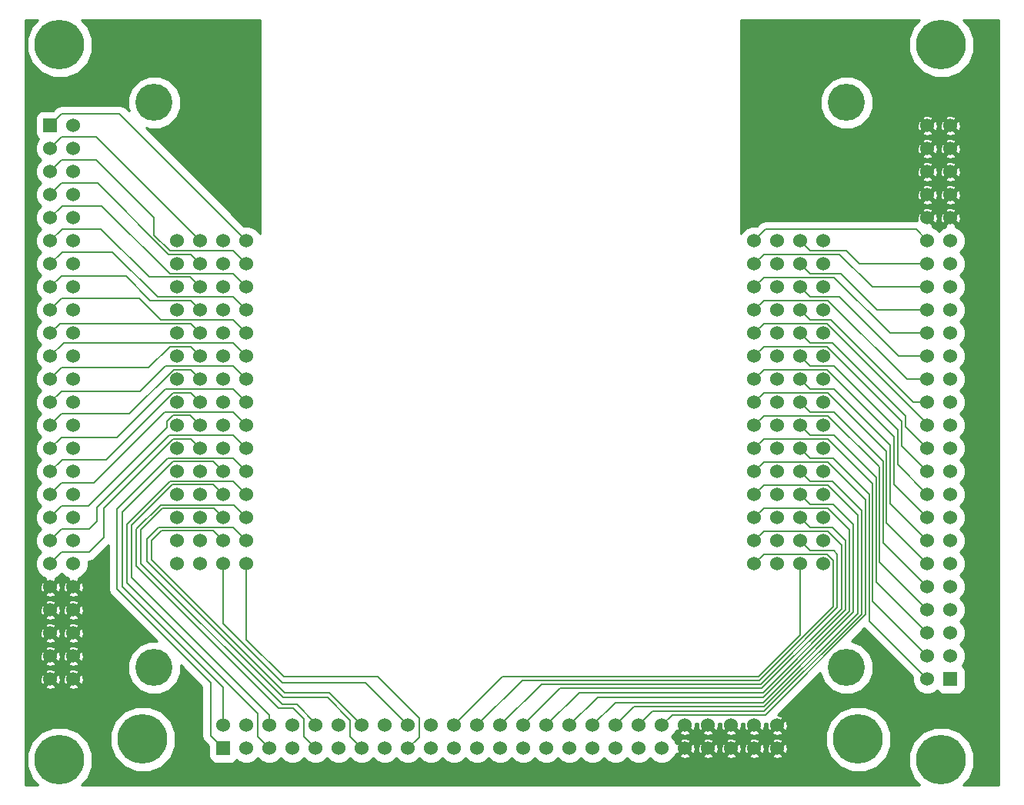
<source format=gbl>
G04 (created by PCBNEW-RS274X (2011-04-29 BZR 2986)-stable) date 11/21/2011 11:58:12 AM*
G01*
G70*
G90*
%MOIN*%
G04 Gerber Fmt 3.4, Leading zero omitted, Abs format*
%FSLAX34Y34*%
G04 APERTURE LIST*
%ADD10C,0.006000*%
%ADD11C,0.160000*%
%ADD12R,0.060000X0.060000*%
%ADD13C,0.060000*%
%ADD14C,0.215000*%
%ADD15C,0.007000*%
%ADD16C,0.010000*%
G04 APERTURE END LIST*
G54D10*
G54D11*
X13000Y-37500D03*
X43000Y-37500D03*
X13000Y-13000D03*
G54D12*
X08500Y-14000D03*
G54D13*
X09500Y-14000D03*
X08500Y-15000D03*
X09500Y-15000D03*
X08500Y-16000D03*
X09500Y-16000D03*
X08500Y-17000D03*
X09500Y-17000D03*
X08500Y-18000D03*
X09500Y-18000D03*
X08500Y-19000D03*
X09500Y-19000D03*
X08500Y-20000D03*
X09500Y-20000D03*
X08500Y-21000D03*
X09500Y-21000D03*
X08500Y-22000D03*
X09500Y-22000D03*
X08500Y-23000D03*
X09500Y-23000D03*
G54D14*
X08900Y-10500D03*
G54D13*
X08500Y-24000D03*
X09500Y-24000D03*
X08500Y-25000D03*
X09500Y-25000D03*
X08500Y-26000D03*
X09500Y-26000D03*
X08500Y-27000D03*
X09500Y-27000D03*
X08500Y-28000D03*
X09500Y-28000D03*
X08500Y-29000D03*
X09500Y-29000D03*
X08500Y-30000D03*
X09500Y-30000D03*
X08500Y-31000D03*
X09500Y-31000D03*
X08500Y-32000D03*
X09500Y-32000D03*
X08500Y-33000D03*
X09500Y-33000D03*
X08500Y-34000D03*
X09500Y-34000D03*
X08500Y-35000D03*
X09500Y-35000D03*
X08500Y-36000D03*
X09500Y-36000D03*
X08500Y-37000D03*
X09500Y-37000D03*
X08500Y-38000D03*
X09500Y-38000D03*
G54D14*
X08900Y-41500D03*
G54D12*
X16000Y-41000D03*
G54D13*
X16000Y-40000D03*
X17000Y-41000D03*
X17000Y-40000D03*
X18000Y-41000D03*
X18000Y-40000D03*
X19000Y-41000D03*
X19000Y-40000D03*
X20000Y-41000D03*
X20000Y-40000D03*
X21000Y-41000D03*
X21000Y-40000D03*
X22000Y-41000D03*
X22000Y-40000D03*
X23000Y-41000D03*
X23000Y-40000D03*
X24000Y-41000D03*
X24000Y-40000D03*
X25000Y-41000D03*
X25000Y-40000D03*
G54D14*
X12500Y-40600D03*
G54D13*
X26000Y-41000D03*
X26000Y-40000D03*
X27000Y-41000D03*
X27000Y-40000D03*
X28000Y-41000D03*
X28000Y-40000D03*
X29000Y-41000D03*
X29000Y-40000D03*
X30000Y-41000D03*
X30000Y-40000D03*
X31000Y-41000D03*
X31000Y-40000D03*
X32000Y-41000D03*
X32000Y-40000D03*
X33000Y-41000D03*
X33000Y-40000D03*
X34000Y-41000D03*
X34000Y-40000D03*
X35000Y-41000D03*
X35000Y-40000D03*
X36000Y-41000D03*
X36000Y-40000D03*
X37000Y-41000D03*
X37000Y-40000D03*
X38000Y-41000D03*
X38000Y-40000D03*
X39000Y-41000D03*
X39000Y-40000D03*
X40000Y-41000D03*
X40000Y-40000D03*
G54D14*
X43500Y-40600D03*
G54D12*
X47500Y-38000D03*
G54D13*
X46500Y-38000D03*
X47500Y-37000D03*
X46500Y-37000D03*
X47500Y-36000D03*
X46500Y-36000D03*
X47500Y-35000D03*
X46500Y-35000D03*
X47500Y-34000D03*
X46500Y-34000D03*
X47500Y-33000D03*
X46500Y-33000D03*
X47500Y-32000D03*
X46500Y-32000D03*
X47500Y-31000D03*
X46500Y-31000D03*
X47500Y-30000D03*
X46500Y-30000D03*
X47500Y-29000D03*
X46500Y-29000D03*
G54D14*
X47100Y-41500D03*
G54D13*
X47500Y-28000D03*
X46500Y-28000D03*
X47500Y-27000D03*
X46500Y-27000D03*
X47500Y-26000D03*
X46500Y-26000D03*
X47500Y-25000D03*
X46500Y-25000D03*
X47500Y-24000D03*
X46500Y-24000D03*
X47500Y-23000D03*
X46500Y-23000D03*
X47500Y-22000D03*
X46500Y-22000D03*
X47500Y-21000D03*
X46500Y-21000D03*
X47500Y-20000D03*
X46500Y-20000D03*
X47500Y-19000D03*
X46500Y-19000D03*
X47500Y-18000D03*
X46500Y-18000D03*
X47500Y-17000D03*
X46500Y-17000D03*
X47500Y-16000D03*
X46500Y-16000D03*
X47500Y-15000D03*
X46500Y-15000D03*
X47500Y-14000D03*
X46500Y-14000D03*
G54D14*
X47100Y-10500D03*
G54D11*
X43000Y-13000D03*
G54D13*
X17000Y-19000D03*
X16000Y-19000D03*
X15000Y-19000D03*
X14000Y-19000D03*
X17000Y-20000D03*
X16000Y-20000D03*
X15000Y-20000D03*
X14000Y-20000D03*
X17000Y-21000D03*
X16000Y-21000D03*
X15000Y-21000D03*
X14000Y-21000D03*
X17000Y-22000D03*
X16000Y-22000D03*
X15000Y-22000D03*
X14000Y-22000D03*
X17000Y-23000D03*
X16000Y-23000D03*
X15000Y-23000D03*
X14000Y-23000D03*
X17000Y-24000D03*
X16000Y-24000D03*
X15000Y-24000D03*
X14000Y-24000D03*
X17000Y-25000D03*
X16000Y-25000D03*
X15000Y-25000D03*
X14000Y-25000D03*
X17000Y-26000D03*
X16000Y-26000D03*
X15000Y-26000D03*
X14000Y-26000D03*
X17000Y-27000D03*
X16000Y-27000D03*
X15000Y-27000D03*
X14000Y-27000D03*
X17000Y-28000D03*
X16000Y-28000D03*
X15000Y-28000D03*
X14000Y-28000D03*
X17000Y-29000D03*
X16000Y-29000D03*
X15000Y-29000D03*
X14000Y-29000D03*
X17000Y-30000D03*
X16000Y-30000D03*
X15000Y-30000D03*
X14000Y-30000D03*
X17000Y-31000D03*
X16000Y-31000D03*
X15000Y-31000D03*
X14000Y-31000D03*
X17000Y-32000D03*
X16000Y-32000D03*
X15000Y-32000D03*
X14000Y-32000D03*
X17000Y-33000D03*
X16000Y-33000D03*
X15000Y-33000D03*
X14000Y-33000D03*
X42000Y-33000D03*
X41000Y-33000D03*
X40000Y-33000D03*
X39000Y-33000D03*
X42000Y-32000D03*
X41000Y-32000D03*
X40000Y-32000D03*
X39000Y-32000D03*
X42000Y-31000D03*
X41000Y-31000D03*
X40000Y-31000D03*
X39000Y-31000D03*
X42000Y-30000D03*
X41000Y-30000D03*
X40000Y-30000D03*
X39000Y-30000D03*
X42000Y-29000D03*
X41000Y-29000D03*
X40000Y-29000D03*
X39000Y-29000D03*
X42000Y-28000D03*
X41000Y-28000D03*
X40000Y-28000D03*
X39000Y-28000D03*
X42000Y-27000D03*
X41000Y-27000D03*
X40000Y-27000D03*
X39000Y-27000D03*
X42000Y-26000D03*
X41000Y-26000D03*
X40000Y-26000D03*
X39000Y-26000D03*
X42000Y-25000D03*
X41000Y-25000D03*
X40000Y-25000D03*
X39000Y-25000D03*
X42000Y-24000D03*
X41000Y-24000D03*
X40000Y-24000D03*
X39000Y-24000D03*
X42000Y-23000D03*
X41000Y-23000D03*
X40000Y-23000D03*
X39000Y-23000D03*
X42000Y-22000D03*
X41000Y-22000D03*
X40000Y-22000D03*
X39000Y-22000D03*
X42000Y-21000D03*
X41000Y-21000D03*
X40000Y-21000D03*
X39000Y-21000D03*
X42000Y-20000D03*
X41000Y-20000D03*
X40000Y-20000D03*
X39000Y-20000D03*
X42000Y-19000D03*
X41000Y-19000D03*
X40000Y-19000D03*
X39000Y-19000D03*
G54D15*
X42950Y-35000D02*
X42950Y-31975D01*
X39375Y-38575D02*
X31425Y-38575D01*
X30000Y-40000D02*
X31425Y-38575D01*
X42400Y-31425D02*
X41425Y-31425D01*
X41425Y-31425D02*
X41000Y-31000D01*
X42400Y-31425D02*
X42950Y-31975D01*
X42950Y-35000D02*
X39375Y-38575D01*
X42175Y-30575D02*
X39425Y-30575D01*
X43125Y-31525D02*
X42175Y-30575D01*
X39400Y-38775D02*
X43125Y-35050D01*
X43125Y-35050D02*
X43125Y-31525D01*
X32225Y-38775D02*
X39400Y-38775D01*
X31000Y-40000D02*
X32225Y-38775D01*
X39425Y-30575D02*
X39000Y-31000D01*
X39425Y-31575D02*
X39000Y-32000D01*
X42175Y-31575D02*
X39425Y-31575D01*
X42775Y-32175D02*
X42175Y-31575D01*
X42775Y-34949D02*
X42775Y-32175D01*
X30600Y-38400D02*
X39324Y-38400D01*
X39324Y-38400D02*
X42775Y-34949D01*
X29000Y-40000D02*
X30600Y-38400D01*
X29775Y-38225D02*
X39276Y-38225D01*
X28000Y-40000D02*
X29775Y-38225D01*
X39276Y-38225D02*
X42600Y-34901D01*
X42600Y-34901D02*
X42600Y-32575D01*
X41425Y-32425D02*
X41000Y-32000D01*
X42450Y-32425D02*
X41425Y-32425D01*
X42600Y-32575D02*
X42450Y-32425D01*
X19500Y-40500D02*
X19500Y-39725D01*
X19500Y-39725D02*
X19025Y-39250D01*
X20000Y-41000D02*
X19500Y-40500D01*
X13275Y-30450D02*
X16450Y-30450D01*
X12225Y-31500D02*
X13275Y-30450D01*
X12225Y-33075D02*
X12225Y-31500D01*
X16450Y-30450D02*
X17000Y-31000D01*
X19025Y-39250D02*
X18400Y-39250D01*
X18400Y-39250D02*
X12225Y-33075D01*
X19175Y-39100D02*
X18550Y-39100D01*
X13358Y-30592D02*
X15592Y-30592D01*
X15592Y-30592D02*
X16000Y-31000D01*
X18550Y-39100D02*
X12425Y-32975D01*
X20000Y-39925D02*
X19175Y-39100D01*
X20000Y-40000D02*
X20000Y-39925D01*
X12425Y-32975D02*
X12425Y-31525D01*
X12425Y-31525D02*
X13358Y-30592D01*
X13333Y-31567D02*
X15567Y-31567D01*
X20575Y-38575D02*
X21425Y-39425D01*
X18650Y-38575D02*
X20575Y-38575D01*
X22000Y-40000D02*
X21425Y-39425D01*
X18650Y-38575D02*
X12900Y-32825D01*
X15567Y-31567D02*
X16000Y-32000D01*
X12900Y-32825D02*
X12900Y-32000D01*
X12900Y-32000D02*
X13333Y-31567D01*
X22000Y-41000D02*
X21500Y-40500D01*
X16425Y-31425D02*
X17000Y-32000D01*
X13175Y-31425D02*
X16425Y-31425D01*
X18575Y-38800D02*
X12675Y-32900D01*
X12675Y-32900D02*
X12675Y-31925D01*
X12675Y-31925D02*
X13175Y-31425D01*
X20525Y-38800D02*
X18575Y-38800D01*
X21500Y-39775D02*
X20525Y-38800D01*
X21500Y-40500D02*
X21500Y-39775D01*
X11825Y-31275D02*
X13675Y-29425D01*
X11825Y-33825D02*
X11825Y-31275D01*
X13675Y-29425D02*
X16425Y-29425D01*
X16425Y-29425D02*
X17000Y-30000D01*
X17500Y-40500D02*
X17500Y-39500D01*
X17500Y-39500D02*
X11825Y-33825D01*
X18000Y-41000D02*
X17500Y-40500D01*
X18000Y-39550D02*
X12025Y-33575D01*
X15567Y-29567D02*
X16000Y-30000D01*
X13783Y-29567D02*
X15567Y-29567D01*
X12025Y-31325D02*
X13783Y-29567D01*
X18000Y-40000D02*
X18000Y-39550D01*
X12025Y-33575D02*
X12025Y-31325D01*
X15000Y-27992D02*
X14583Y-27575D01*
X14583Y-27575D02*
X13825Y-27575D01*
X15000Y-28000D02*
X15000Y-27992D01*
X09500Y-32500D02*
X09000Y-32500D01*
X10825Y-30575D02*
X10825Y-31850D01*
X10825Y-31850D02*
X10175Y-32500D01*
X10175Y-32500D02*
X09500Y-32500D01*
X09000Y-32500D02*
X08500Y-33000D01*
X13825Y-27575D02*
X10825Y-30575D01*
X09500Y-30500D02*
X09000Y-30500D01*
X09500Y-30500D02*
X10150Y-30500D01*
X10150Y-30500D02*
X13550Y-27100D01*
X13550Y-27100D02*
X13550Y-26825D01*
X13550Y-26825D02*
X13808Y-26567D01*
X13808Y-26567D02*
X14567Y-26567D01*
X15000Y-27000D02*
X14567Y-26567D01*
X09000Y-30500D02*
X08500Y-31000D01*
X17000Y-27000D02*
X16425Y-26425D01*
X09525Y-29500D02*
X10375Y-29500D01*
X09000Y-29500D02*
X08500Y-30000D01*
X09525Y-29500D02*
X09000Y-29500D01*
X10375Y-29500D02*
X13450Y-26425D01*
X13450Y-26425D02*
X16425Y-26425D01*
X43300Y-31300D02*
X42425Y-30425D01*
X43300Y-35100D02*
X43300Y-31300D01*
X39375Y-39025D02*
X43300Y-35100D01*
X41425Y-30425D02*
X41000Y-30000D01*
X39375Y-39025D02*
X32975Y-39025D01*
X32000Y-40000D02*
X32975Y-39025D01*
X42425Y-30425D02*
X41425Y-30425D01*
X39424Y-39200D02*
X33800Y-39200D01*
X43475Y-35149D02*
X39424Y-39200D01*
X43475Y-35149D02*
X43475Y-30875D01*
X33800Y-39200D02*
X33000Y-40000D01*
X42175Y-29575D02*
X39425Y-29575D01*
X39425Y-29575D02*
X39000Y-30000D01*
X42175Y-29575D02*
X43475Y-30875D01*
X39483Y-39541D02*
X39484Y-39541D01*
X39483Y-39541D02*
X35459Y-39541D01*
X35000Y-40000D02*
X35459Y-39541D01*
X39425Y-28575D02*
X39000Y-29000D01*
X39425Y-28575D02*
X42175Y-28575D01*
X43825Y-30225D02*
X42175Y-28575D01*
X43825Y-35200D02*
X43825Y-30225D01*
X39484Y-39541D02*
X43825Y-35200D01*
X34601Y-39399D02*
X34000Y-40000D01*
X41425Y-29425D02*
X41000Y-29000D01*
X42400Y-29425D02*
X41425Y-29425D01*
X43650Y-35174D02*
X43650Y-30675D01*
X39425Y-39399D02*
X43650Y-35174D01*
X43650Y-30675D02*
X42400Y-29425D01*
X39425Y-39399D02*
X34601Y-39399D01*
X24475Y-40525D02*
X24475Y-39700D01*
X18625Y-37900D02*
X22675Y-37900D01*
X17000Y-33000D02*
X17000Y-36275D01*
X17000Y-36275D02*
X18625Y-37900D01*
X24000Y-41000D02*
X24475Y-40525D01*
X24475Y-39700D02*
X22675Y-37900D01*
X18550Y-38150D02*
X22150Y-38150D01*
X16000Y-35600D02*
X18550Y-38150D01*
X16000Y-35600D02*
X16000Y-33000D01*
X24000Y-40000D02*
X22150Y-38150D01*
X39224Y-38050D02*
X42425Y-34849D01*
X28950Y-38050D02*
X39224Y-38050D01*
X27000Y-40000D02*
X28950Y-38050D01*
X42150Y-32575D02*
X39425Y-32575D01*
X42425Y-32850D02*
X42150Y-32575D01*
X42425Y-34849D02*
X42425Y-32850D01*
X39425Y-32575D02*
X39000Y-33000D01*
X26000Y-40000D02*
X28100Y-37900D01*
X41000Y-36074D02*
X39174Y-37900D01*
X41000Y-36074D02*
X41000Y-33000D01*
X28100Y-37900D02*
X39174Y-37900D01*
X11625Y-33975D02*
X11625Y-30750D01*
X16000Y-40000D02*
X16000Y-38350D01*
X16000Y-38350D02*
X11625Y-33975D01*
X11625Y-30750D02*
X13808Y-28567D01*
X13808Y-28567D02*
X15567Y-28567D01*
X15567Y-28567D02*
X16000Y-29000D01*
X16425Y-28425D02*
X17000Y-29000D01*
X11400Y-34100D02*
X11400Y-30625D01*
X11400Y-30625D02*
X13600Y-28425D01*
X13600Y-28425D02*
X16425Y-28425D01*
X16000Y-41000D02*
X15450Y-40450D01*
X15450Y-40450D02*
X15450Y-38150D01*
X15450Y-38150D02*
X11400Y-34100D01*
X09525Y-24500D02*
X09000Y-24500D01*
X12749Y-24500D02*
X13674Y-23575D01*
X13674Y-23575D02*
X14575Y-23575D01*
X15000Y-24000D02*
X14575Y-23575D01*
X09525Y-24500D02*
X12749Y-24500D01*
X09000Y-24500D02*
X08500Y-25000D01*
X13150Y-21425D02*
X16425Y-21425D01*
X17000Y-22000D02*
X16425Y-21425D01*
X09525Y-19475D02*
X11200Y-19475D01*
X11200Y-19475D02*
X13150Y-21425D01*
X09025Y-19475D02*
X08500Y-20000D01*
X09525Y-19475D02*
X09025Y-19475D01*
X10924Y-28475D02*
X13824Y-25575D01*
X13824Y-25575D02*
X14575Y-25575D01*
X15000Y-26000D02*
X14575Y-25575D01*
X09025Y-28475D02*
X08500Y-29000D01*
X09525Y-28475D02*
X09025Y-28475D01*
X09525Y-28475D02*
X10924Y-28475D01*
X09075Y-23425D02*
X08500Y-24000D01*
X09575Y-23425D02*
X09075Y-23425D01*
X09575Y-23425D02*
X16425Y-23425D01*
X17000Y-24000D02*
X16425Y-23425D01*
X10700Y-18475D02*
X12792Y-20567D01*
X12792Y-20567D02*
X14567Y-20567D01*
X15000Y-21000D02*
X14567Y-20567D01*
X09025Y-18475D02*
X08500Y-19000D01*
X09525Y-18475D02*
X09025Y-18475D01*
X09525Y-18475D02*
X10700Y-18475D01*
X10725Y-17475D02*
X13675Y-20425D01*
X13675Y-20425D02*
X16425Y-20425D01*
X09025Y-17475D02*
X08500Y-18000D01*
X09525Y-17475D02*
X09025Y-17475D01*
X17000Y-21000D02*
X16425Y-20425D01*
X09525Y-17475D02*
X10725Y-17475D01*
X17000Y-26000D02*
X16425Y-25425D01*
X08975Y-27525D02*
X08500Y-28000D01*
X09475Y-27525D02*
X08975Y-27525D01*
X09475Y-27525D02*
X11401Y-27525D01*
X11401Y-27525D02*
X13501Y-25425D01*
X13501Y-25425D02*
X16425Y-25425D01*
X08925Y-22575D02*
X08500Y-23000D01*
X12150Y-22575D02*
X14575Y-22575D01*
X12150Y-22575D02*
X12150Y-22575D01*
X14575Y-22575D02*
X15000Y-23000D01*
X09425Y-22575D02*
X08925Y-22575D01*
X12150Y-22575D02*
X09425Y-22575D01*
X10174Y-31500D02*
X10525Y-31149D01*
X10525Y-31149D02*
X10525Y-30548D01*
X10525Y-30548D02*
X13648Y-27425D01*
X13648Y-27425D02*
X16425Y-27425D01*
X17000Y-28000D02*
X16425Y-27425D01*
X09000Y-31500D02*
X08500Y-32000D01*
X09500Y-31500D02*
X09000Y-31500D01*
X09500Y-31500D02*
X10174Y-31500D01*
X09000Y-26500D02*
X08500Y-27000D01*
X09500Y-26500D02*
X09000Y-26500D01*
X13850Y-24575D02*
X14575Y-24575D01*
X15000Y-25000D02*
X14575Y-24575D01*
X09500Y-26500D02*
X11925Y-26500D01*
X11925Y-26500D02*
X13850Y-24575D01*
X12350Y-21500D02*
X13275Y-22425D01*
X13275Y-22425D02*
X16425Y-22425D01*
X17000Y-23000D02*
X16425Y-22425D01*
X09000Y-21500D02*
X08500Y-22000D01*
X09500Y-21500D02*
X09000Y-21500D01*
X09500Y-21500D02*
X12350Y-21500D01*
X08975Y-25525D02*
X08500Y-26000D01*
X09475Y-25525D02*
X08975Y-25525D01*
X13475Y-24425D02*
X16425Y-24425D01*
X17000Y-25000D02*
X16425Y-24425D01*
X09475Y-25525D02*
X12375Y-25525D01*
X12375Y-25525D02*
X13475Y-24425D01*
X11775Y-20525D02*
X12825Y-21575D01*
X12825Y-21575D02*
X14575Y-21575D01*
X15000Y-22000D02*
X14575Y-21575D01*
X08975Y-20525D02*
X08500Y-21000D01*
X09475Y-20525D02*
X08975Y-20525D01*
X09475Y-20525D02*
X11775Y-20525D01*
X15000Y-20000D02*
X14575Y-19575D01*
X09500Y-16500D02*
X10550Y-16500D01*
X10550Y-16500D02*
X13625Y-19575D01*
X09000Y-16500D02*
X08500Y-17000D01*
X09500Y-16500D02*
X09000Y-16500D01*
X13625Y-19575D02*
X14575Y-19575D01*
X09500Y-15500D02*
X09000Y-15500D01*
X09500Y-15500D02*
X10500Y-15500D01*
X10500Y-15500D02*
X13000Y-18000D01*
X13000Y-18000D02*
X13000Y-18750D01*
X13000Y-18750D02*
X13675Y-19425D01*
X13675Y-19425D02*
X16425Y-19425D01*
X17000Y-20000D02*
X16425Y-19425D01*
X09000Y-15500D02*
X08500Y-16000D01*
X09500Y-14500D02*
X09000Y-14500D01*
X09500Y-14500D02*
X10500Y-14500D01*
X15000Y-19000D02*
X10500Y-14500D01*
X09000Y-14500D02*
X08500Y-15000D01*
X15000Y-19000D02*
X15000Y-19000D01*
X09500Y-13500D02*
X11500Y-13500D01*
X17000Y-19000D02*
X11500Y-13500D01*
X09000Y-13500D02*
X08500Y-14000D01*
X09500Y-13500D02*
X09000Y-13500D01*
X39425Y-20575D02*
X39000Y-21000D01*
X46500Y-23000D02*
X44875Y-23000D01*
X44875Y-23000D02*
X42450Y-20575D01*
X42450Y-20575D02*
X39425Y-20575D01*
X46500Y-24000D02*
X45250Y-24000D01*
X45250Y-24000D02*
X42675Y-21425D01*
X41000Y-21000D02*
X41425Y-21425D01*
X41425Y-21425D02*
X42675Y-21425D01*
X46500Y-28000D02*
X45550Y-27050D01*
X45550Y-26575D02*
X42400Y-23425D01*
X45550Y-27050D02*
X45550Y-26575D01*
X42400Y-23425D02*
X41425Y-23425D01*
X41425Y-23425D02*
X41000Y-23000D01*
X46500Y-27000D02*
X46500Y-26925D01*
X39425Y-22575D02*
X39000Y-23000D01*
X42150Y-22575D02*
X39425Y-22575D01*
X46500Y-26925D02*
X42150Y-22575D01*
X46500Y-29000D02*
X45400Y-27900D01*
X45400Y-26825D02*
X42150Y-23575D01*
X45400Y-27900D02*
X45400Y-26825D01*
X39425Y-23575D02*
X39000Y-24000D01*
X42150Y-23575D02*
X39425Y-23575D01*
X46500Y-30000D02*
X46500Y-29975D01*
X45225Y-28700D02*
X45225Y-27200D01*
X46500Y-29975D02*
X45225Y-28700D01*
X41425Y-24425D02*
X41000Y-24000D01*
X42450Y-24425D02*
X41425Y-24425D01*
X45225Y-27200D02*
X42450Y-24425D01*
X41425Y-19425D02*
X42975Y-19425D01*
X46500Y-20000D02*
X43550Y-20000D01*
X43550Y-20000D02*
X42975Y-19425D01*
X41000Y-19000D02*
X41425Y-19425D01*
X46500Y-18975D02*
X46025Y-18500D01*
X46025Y-18500D02*
X39500Y-18500D01*
X39500Y-18500D02*
X39000Y-19000D01*
X46500Y-19000D02*
X46500Y-18975D01*
X46500Y-21000D02*
X44125Y-21000D01*
X44125Y-21000D02*
X42700Y-19575D01*
X42700Y-19575D02*
X39425Y-19575D01*
X39425Y-19575D02*
X39000Y-20000D01*
X42750Y-20425D02*
X41425Y-20425D01*
X46500Y-22000D02*
X44325Y-22000D01*
X44325Y-22000D02*
X42750Y-20425D01*
X41425Y-20425D02*
X41000Y-20000D01*
X41425Y-22425D02*
X41000Y-22000D01*
X46500Y-26000D02*
X45900Y-26000D01*
X45900Y-26000D02*
X42325Y-22425D01*
X42325Y-22425D02*
X41425Y-22425D01*
X46500Y-31000D02*
X45050Y-29550D01*
X45050Y-27475D02*
X42150Y-24575D01*
X45050Y-29550D02*
X45050Y-27475D01*
X42150Y-24575D02*
X39425Y-24575D01*
X39000Y-25000D02*
X39425Y-24575D01*
X41425Y-25425D02*
X42450Y-25425D01*
X41000Y-25000D02*
X41425Y-25425D01*
X44875Y-30375D02*
X46500Y-32000D01*
X44875Y-27850D02*
X44875Y-30375D01*
X42450Y-25425D02*
X44875Y-27850D01*
X46500Y-25000D02*
X45625Y-25000D01*
X45625Y-25000D02*
X42200Y-21575D01*
X39425Y-21575D02*
X39000Y-22000D01*
X42200Y-21575D02*
X39425Y-21575D01*
X43975Y-35475D02*
X46500Y-38000D01*
X43975Y-29975D02*
X43975Y-35475D01*
X41000Y-28000D02*
X41425Y-28425D01*
X42425Y-28425D02*
X41425Y-28425D01*
X43975Y-29975D02*
X42425Y-28425D01*
X44125Y-29525D02*
X42175Y-27575D01*
X39425Y-27575D02*
X39000Y-28000D01*
X42175Y-27575D02*
X39425Y-27575D01*
X44125Y-34625D02*
X44125Y-29525D01*
X46500Y-37000D02*
X44125Y-34625D01*
X44425Y-28800D02*
X44425Y-32925D01*
X44425Y-28800D02*
X42200Y-26575D01*
X39000Y-27000D02*
X39425Y-26575D01*
X42200Y-26575D02*
X39425Y-26575D01*
X44425Y-32925D02*
X46500Y-35000D01*
X44275Y-33775D02*
X44275Y-29250D01*
X46500Y-36000D02*
X44275Y-33775D01*
X41425Y-27425D02*
X41000Y-27000D01*
X42450Y-27425D02*
X41425Y-27425D01*
X44275Y-29250D02*
X42450Y-27425D01*
X42175Y-25575D02*
X44725Y-28125D01*
X42175Y-25575D02*
X39425Y-25575D01*
X39000Y-26000D02*
X39425Y-25575D01*
X44725Y-31225D02*
X46500Y-33000D01*
X44725Y-28125D02*
X44725Y-31225D01*
X44575Y-32075D02*
X46500Y-34000D01*
X44575Y-28550D02*
X44575Y-32075D01*
X42450Y-26425D02*
X41425Y-26425D01*
X41000Y-26000D02*
X41425Y-26425D01*
X44575Y-28550D02*
X42450Y-26425D01*
G54D10*
G36*
X49575Y-42575D02*
X48038Y-42575D01*
X48306Y-42308D01*
X48524Y-41784D01*
X48524Y-41218D01*
X48308Y-40695D01*
X47908Y-40294D01*
X47384Y-40076D01*
X46818Y-40076D01*
X46295Y-40292D01*
X45894Y-40692D01*
X45676Y-41216D01*
X45676Y-41782D01*
X45892Y-42305D01*
X46161Y-42575D01*
X44924Y-42575D01*
X44924Y-40884D01*
X44924Y-40318D01*
X44708Y-39795D01*
X44308Y-39394D01*
X43784Y-39176D01*
X43218Y-39176D01*
X42695Y-39392D01*
X42294Y-39792D01*
X42076Y-40316D01*
X42076Y-40882D01*
X42292Y-41405D01*
X42692Y-41806D01*
X43216Y-42024D01*
X43782Y-42024D01*
X44305Y-41808D01*
X44706Y-41408D01*
X44924Y-40884D01*
X44924Y-42575D01*
X40446Y-42575D01*
X40446Y-41056D01*
X40446Y-40056D01*
X40433Y-39880D01*
X40391Y-39777D01*
X40325Y-39746D01*
X40071Y-40000D01*
X40325Y-40254D01*
X40391Y-40223D01*
X40446Y-40056D01*
X40446Y-41056D01*
X40433Y-40880D01*
X40391Y-40777D01*
X40325Y-40746D01*
X40254Y-40817D01*
X40254Y-40675D01*
X40254Y-40325D01*
X40000Y-40071D01*
X39746Y-40325D01*
X39777Y-40391D01*
X39944Y-40446D01*
X40120Y-40433D01*
X40223Y-40391D01*
X40254Y-40325D01*
X40254Y-40675D01*
X40223Y-40609D01*
X40056Y-40554D01*
X39880Y-40567D01*
X39777Y-40609D01*
X39746Y-40675D01*
X40000Y-40929D01*
X40254Y-40675D01*
X40254Y-40817D01*
X40071Y-41000D01*
X40325Y-41254D01*
X40391Y-41223D01*
X40446Y-41056D01*
X40446Y-42575D01*
X40254Y-42575D01*
X40254Y-41325D01*
X40000Y-41071D01*
X39929Y-41142D01*
X39929Y-41000D01*
X39675Y-40746D01*
X39609Y-40777D01*
X39554Y-40944D01*
X39567Y-41120D01*
X39609Y-41223D01*
X39675Y-41254D01*
X39929Y-41000D01*
X39929Y-41142D01*
X39746Y-41325D01*
X39777Y-41391D01*
X39944Y-41446D01*
X40120Y-41433D01*
X40223Y-41391D01*
X40254Y-41325D01*
X40254Y-42575D01*
X39446Y-42575D01*
X39446Y-41056D01*
X39433Y-40880D01*
X39391Y-40777D01*
X39325Y-40746D01*
X39254Y-40817D01*
X39254Y-40675D01*
X39254Y-40325D01*
X39000Y-40071D01*
X38746Y-40325D01*
X38777Y-40391D01*
X38944Y-40446D01*
X39120Y-40433D01*
X39223Y-40391D01*
X39254Y-40325D01*
X39254Y-40675D01*
X39223Y-40609D01*
X39056Y-40554D01*
X38880Y-40567D01*
X38777Y-40609D01*
X38746Y-40675D01*
X39000Y-40929D01*
X39254Y-40675D01*
X39254Y-40817D01*
X39071Y-41000D01*
X39325Y-41254D01*
X39391Y-41223D01*
X39446Y-41056D01*
X39446Y-42575D01*
X39254Y-42575D01*
X39254Y-41325D01*
X39000Y-41071D01*
X38929Y-41142D01*
X38929Y-41000D01*
X38675Y-40746D01*
X38609Y-40777D01*
X38554Y-40944D01*
X38567Y-41120D01*
X38609Y-41223D01*
X38675Y-41254D01*
X38929Y-41000D01*
X38929Y-41142D01*
X38746Y-41325D01*
X38777Y-41391D01*
X38944Y-41446D01*
X39120Y-41433D01*
X39223Y-41391D01*
X39254Y-41325D01*
X39254Y-42575D01*
X38446Y-42575D01*
X38446Y-41056D01*
X38433Y-40880D01*
X38391Y-40777D01*
X38325Y-40746D01*
X38254Y-40817D01*
X38254Y-40675D01*
X38254Y-40325D01*
X38000Y-40071D01*
X37746Y-40325D01*
X37777Y-40391D01*
X37944Y-40446D01*
X38120Y-40433D01*
X38223Y-40391D01*
X38254Y-40325D01*
X38254Y-40675D01*
X38223Y-40609D01*
X38056Y-40554D01*
X37880Y-40567D01*
X37777Y-40609D01*
X37746Y-40675D01*
X38000Y-40929D01*
X38254Y-40675D01*
X38254Y-40817D01*
X38071Y-41000D01*
X38325Y-41254D01*
X38391Y-41223D01*
X38446Y-41056D01*
X38446Y-42575D01*
X38254Y-42575D01*
X38254Y-41325D01*
X38000Y-41071D01*
X37929Y-41142D01*
X37929Y-41000D01*
X37675Y-40746D01*
X37609Y-40777D01*
X37554Y-40944D01*
X37567Y-41120D01*
X37609Y-41223D01*
X37675Y-41254D01*
X37929Y-41000D01*
X37929Y-41142D01*
X37746Y-41325D01*
X37777Y-41391D01*
X37944Y-41446D01*
X38120Y-41433D01*
X38223Y-41391D01*
X38254Y-41325D01*
X38254Y-42575D01*
X37446Y-42575D01*
X37446Y-41056D01*
X37433Y-40880D01*
X37391Y-40777D01*
X37325Y-40746D01*
X37254Y-40817D01*
X37254Y-40675D01*
X37254Y-40325D01*
X37000Y-40071D01*
X36746Y-40325D01*
X36777Y-40391D01*
X36944Y-40446D01*
X37120Y-40433D01*
X37223Y-40391D01*
X37254Y-40325D01*
X37254Y-40675D01*
X37223Y-40609D01*
X37056Y-40554D01*
X36880Y-40567D01*
X36777Y-40609D01*
X36746Y-40675D01*
X37000Y-40929D01*
X37254Y-40675D01*
X37254Y-40817D01*
X37071Y-41000D01*
X37325Y-41254D01*
X37391Y-41223D01*
X37446Y-41056D01*
X37446Y-42575D01*
X37254Y-42575D01*
X37254Y-41325D01*
X37000Y-41071D01*
X36929Y-41142D01*
X36929Y-41000D01*
X36675Y-40746D01*
X36609Y-40777D01*
X36554Y-40944D01*
X36567Y-41120D01*
X36609Y-41223D01*
X36675Y-41254D01*
X36929Y-41000D01*
X36929Y-41142D01*
X36746Y-41325D01*
X36777Y-41391D01*
X36944Y-41446D01*
X37120Y-41433D01*
X37223Y-41391D01*
X37254Y-41325D01*
X37254Y-42575D01*
X36446Y-42575D01*
X36446Y-41056D01*
X36433Y-40880D01*
X36391Y-40777D01*
X36325Y-40746D01*
X36254Y-40817D01*
X36254Y-40675D01*
X36254Y-40325D01*
X36000Y-40071D01*
X35746Y-40325D01*
X35777Y-40391D01*
X35944Y-40446D01*
X36120Y-40433D01*
X36223Y-40391D01*
X36254Y-40325D01*
X36254Y-40675D01*
X36223Y-40609D01*
X36056Y-40554D01*
X35880Y-40567D01*
X35777Y-40609D01*
X35746Y-40675D01*
X36000Y-40929D01*
X36254Y-40675D01*
X36254Y-40817D01*
X36071Y-41000D01*
X36325Y-41254D01*
X36391Y-41223D01*
X36446Y-41056D01*
X36446Y-42575D01*
X36254Y-42575D01*
X36254Y-41325D01*
X36000Y-41071D01*
X35746Y-41325D01*
X35777Y-41391D01*
X35944Y-41446D01*
X36120Y-41433D01*
X36223Y-41391D01*
X36254Y-41325D01*
X36254Y-42575D01*
X13924Y-42575D01*
X13924Y-40884D01*
X13924Y-40318D01*
X13708Y-39795D01*
X13308Y-39394D01*
X12784Y-39176D01*
X12218Y-39176D01*
X11695Y-39392D01*
X11294Y-39792D01*
X11076Y-40316D01*
X11076Y-40882D01*
X11292Y-41405D01*
X11692Y-41806D01*
X12216Y-42024D01*
X12782Y-42024D01*
X13305Y-41808D01*
X13706Y-41408D01*
X13924Y-40884D01*
X13924Y-42575D01*
X09838Y-42575D01*
X10106Y-42308D01*
X10324Y-41784D01*
X10324Y-41218D01*
X10108Y-40695D01*
X09946Y-40532D01*
X09946Y-38056D01*
X09946Y-37056D01*
X09946Y-36056D01*
X09946Y-35056D01*
X09946Y-34056D01*
X09933Y-33880D01*
X09891Y-33777D01*
X09825Y-33746D01*
X09571Y-34000D01*
X09825Y-34254D01*
X09891Y-34223D01*
X09946Y-34056D01*
X09946Y-35056D01*
X09933Y-34880D01*
X09891Y-34777D01*
X09825Y-34746D01*
X09754Y-34817D01*
X09754Y-34675D01*
X09754Y-34325D01*
X09500Y-34071D01*
X09429Y-34142D01*
X09429Y-34000D01*
X09175Y-33746D01*
X09109Y-33777D01*
X09054Y-33944D01*
X09067Y-34120D01*
X09109Y-34223D01*
X09175Y-34254D01*
X09429Y-34000D01*
X09429Y-34142D01*
X09246Y-34325D01*
X09277Y-34391D01*
X09444Y-34446D01*
X09620Y-34433D01*
X09723Y-34391D01*
X09754Y-34325D01*
X09754Y-34675D01*
X09723Y-34609D01*
X09556Y-34554D01*
X09380Y-34567D01*
X09277Y-34609D01*
X09246Y-34675D01*
X09500Y-34929D01*
X09754Y-34675D01*
X09754Y-34817D01*
X09571Y-35000D01*
X09825Y-35254D01*
X09891Y-35223D01*
X09946Y-35056D01*
X09946Y-36056D01*
X09933Y-35880D01*
X09891Y-35777D01*
X09825Y-35746D01*
X09754Y-35817D01*
X09754Y-35675D01*
X09754Y-35325D01*
X09500Y-35071D01*
X09429Y-35142D01*
X09429Y-35000D01*
X09175Y-34746D01*
X09109Y-34777D01*
X09054Y-34944D01*
X09067Y-35120D01*
X09109Y-35223D01*
X09175Y-35254D01*
X09429Y-35000D01*
X09429Y-35142D01*
X09246Y-35325D01*
X09277Y-35391D01*
X09444Y-35446D01*
X09620Y-35433D01*
X09723Y-35391D01*
X09754Y-35325D01*
X09754Y-35675D01*
X09723Y-35609D01*
X09556Y-35554D01*
X09380Y-35567D01*
X09277Y-35609D01*
X09246Y-35675D01*
X09500Y-35929D01*
X09754Y-35675D01*
X09754Y-35817D01*
X09571Y-36000D01*
X09825Y-36254D01*
X09891Y-36223D01*
X09946Y-36056D01*
X09946Y-37056D01*
X09933Y-36880D01*
X09891Y-36777D01*
X09825Y-36746D01*
X09754Y-36817D01*
X09754Y-36675D01*
X09754Y-36325D01*
X09500Y-36071D01*
X09429Y-36142D01*
X09429Y-36000D01*
X09175Y-35746D01*
X09109Y-35777D01*
X09054Y-35944D01*
X09067Y-36120D01*
X09109Y-36223D01*
X09175Y-36254D01*
X09429Y-36000D01*
X09429Y-36142D01*
X09246Y-36325D01*
X09277Y-36391D01*
X09444Y-36446D01*
X09620Y-36433D01*
X09723Y-36391D01*
X09754Y-36325D01*
X09754Y-36675D01*
X09723Y-36609D01*
X09556Y-36554D01*
X09380Y-36567D01*
X09277Y-36609D01*
X09246Y-36675D01*
X09500Y-36929D01*
X09754Y-36675D01*
X09754Y-36817D01*
X09571Y-37000D01*
X09825Y-37254D01*
X09891Y-37223D01*
X09946Y-37056D01*
X09946Y-38056D01*
X09933Y-37880D01*
X09891Y-37777D01*
X09825Y-37746D01*
X09754Y-37817D01*
X09754Y-37675D01*
X09754Y-37325D01*
X09500Y-37071D01*
X09429Y-37142D01*
X09429Y-37000D01*
X09175Y-36746D01*
X09109Y-36777D01*
X09054Y-36944D01*
X09067Y-37120D01*
X09109Y-37223D01*
X09175Y-37254D01*
X09429Y-37000D01*
X09429Y-37142D01*
X09246Y-37325D01*
X09277Y-37391D01*
X09444Y-37446D01*
X09620Y-37433D01*
X09723Y-37391D01*
X09754Y-37325D01*
X09754Y-37675D01*
X09723Y-37609D01*
X09556Y-37554D01*
X09380Y-37567D01*
X09277Y-37609D01*
X09246Y-37675D01*
X09500Y-37929D01*
X09754Y-37675D01*
X09754Y-37817D01*
X09571Y-38000D01*
X09825Y-38254D01*
X09891Y-38223D01*
X09946Y-38056D01*
X09946Y-40532D01*
X09754Y-40340D01*
X09754Y-38325D01*
X09500Y-38071D01*
X09429Y-38142D01*
X09429Y-38000D01*
X09175Y-37746D01*
X09109Y-37777D01*
X09054Y-37944D01*
X09067Y-38120D01*
X09109Y-38223D01*
X09175Y-38254D01*
X09429Y-38000D01*
X09429Y-38142D01*
X09246Y-38325D01*
X09277Y-38391D01*
X09444Y-38446D01*
X09620Y-38433D01*
X09723Y-38391D01*
X09754Y-38325D01*
X09754Y-40340D01*
X09708Y-40294D01*
X09184Y-40076D01*
X08946Y-40076D01*
X08946Y-38056D01*
X08946Y-37056D01*
X08946Y-36056D01*
X08946Y-35056D01*
X08946Y-34056D01*
X08933Y-33880D01*
X08891Y-33777D01*
X08825Y-33746D01*
X08571Y-34000D01*
X08825Y-34254D01*
X08891Y-34223D01*
X08946Y-34056D01*
X08946Y-35056D01*
X08933Y-34880D01*
X08891Y-34777D01*
X08825Y-34746D01*
X08754Y-34817D01*
X08754Y-34675D01*
X08754Y-34325D01*
X08500Y-34071D01*
X08429Y-34142D01*
X08429Y-34000D01*
X08175Y-33746D01*
X08109Y-33777D01*
X08054Y-33944D01*
X08067Y-34120D01*
X08109Y-34223D01*
X08175Y-34254D01*
X08429Y-34000D01*
X08429Y-34142D01*
X08246Y-34325D01*
X08277Y-34391D01*
X08444Y-34446D01*
X08620Y-34433D01*
X08723Y-34391D01*
X08754Y-34325D01*
X08754Y-34675D01*
X08723Y-34609D01*
X08556Y-34554D01*
X08380Y-34567D01*
X08277Y-34609D01*
X08246Y-34675D01*
X08500Y-34929D01*
X08754Y-34675D01*
X08754Y-34817D01*
X08571Y-35000D01*
X08825Y-35254D01*
X08891Y-35223D01*
X08946Y-35056D01*
X08946Y-36056D01*
X08933Y-35880D01*
X08891Y-35777D01*
X08825Y-35746D01*
X08754Y-35817D01*
X08754Y-35675D01*
X08754Y-35325D01*
X08500Y-35071D01*
X08429Y-35142D01*
X08429Y-35000D01*
X08175Y-34746D01*
X08109Y-34777D01*
X08054Y-34944D01*
X08067Y-35120D01*
X08109Y-35223D01*
X08175Y-35254D01*
X08429Y-35000D01*
X08429Y-35142D01*
X08246Y-35325D01*
X08277Y-35391D01*
X08444Y-35446D01*
X08620Y-35433D01*
X08723Y-35391D01*
X08754Y-35325D01*
X08754Y-35675D01*
X08723Y-35609D01*
X08556Y-35554D01*
X08380Y-35567D01*
X08277Y-35609D01*
X08246Y-35675D01*
X08500Y-35929D01*
X08754Y-35675D01*
X08754Y-35817D01*
X08571Y-36000D01*
X08825Y-36254D01*
X08891Y-36223D01*
X08946Y-36056D01*
X08946Y-37056D01*
X08933Y-36880D01*
X08891Y-36777D01*
X08825Y-36746D01*
X08754Y-36817D01*
X08754Y-36675D01*
X08754Y-36325D01*
X08500Y-36071D01*
X08429Y-36142D01*
X08429Y-36000D01*
X08175Y-35746D01*
X08109Y-35777D01*
X08054Y-35944D01*
X08067Y-36120D01*
X08109Y-36223D01*
X08175Y-36254D01*
X08429Y-36000D01*
X08429Y-36142D01*
X08246Y-36325D01*
X08277Y-36391D01*
X08444Y-36446D01*
X08620Y-36433D01*
X08723Y-36391D01*
X08754Y-36325D01*
X08754Y-36675D01*
X08723Y-36609D01*
X08556Y-36554D01*
X08380Y-36567D01*
X08277Y-36609D01*
X08246Y-36675D01*
X08500Y-36929D01*
X08754Y-36675D01*
X08754Y-36817D01*
X08571Y-37000D01*
X08825Y-37254D01*
X08891Y-37223D01*
X08946Y-37056D01*
X08946Y-38056D01*
X08933Y-37880D01*
X08891Y-37777D01*
X08825Y-37746D01*
X08754Y-37817D01*
X08754Y-37675D01*
X08754Y-37325D01*
X08500Y-37071D01*
X08429Y-37142D01*
X08429Y-37000D01*
X08175Y-36746D01*
X08109Y-36777D01*
X08054Y-36944D01*
X08067Y-37120D01*
X08109Y-37223D01*
X08175Y-37254D01*
X08429Y-37000D01*
X08429Y-37142D01*
X08246Y-37325D01*
X08277Y-37391D01*
X08444Y-37446D01*
X08620Y-37433D01*
X08723Y-37391D01*
X08754Y-37325D01*
X08754Y-37675D01*
X08723Y-37609D01*
X08556Y-37554D01*
X08380Y-37567D01*
X08277Y-37609D01*
X08246Y-37675D01*
X08500Y-37929D01*
X08754Y-37675D01*
X08754Y-37817D01*
X08571Y-38000D01*
X08825Y-38254D01*
X08891Y-38223D01*
X08946Y-38056D01*
X08946Y-40076D01*
X08754Y-40076D01*
X08754Y-38325D01*
X08500Y-38071D01*
X08429Y-38142D01*
X08429Y-38000D01*
X08175Y-37746D01*
X08109Y-37777D01*
X08054Y-37944D01*
X08067Y-38120D01*
X08109Y-38223D01*
X08175Y-38254D01*
X08429Y-38000D01*
X08429Y-38142D01*
X08246Y-38325D01*
X08277Y-38391D01*
X08444Y-38446D01*
X08620Y-38433D01*
X08723Y-38391D01*
X08754Y-38325D01*
X08754Y-40076D01*
X08618Y-40076D01*
X08095Y-40292D01*
X07694Y-40692D01*
X07476Y-41216D01*
X07476Y-41782D01*
X07692Y-42305D01*
X07961Y-42575D01*
X07425Y-42575D01*
X07425Y-09425D01*
X07961Y-09425D01*
X07694Y-09692D01*
X07476Y-10216D01*
X07476Y-10782D01*
X07692Y-11305D01*
X08092Y-11706D01*
X08616Y-11924D01*
X09182Y-11924D01*
X09705Y-11708D01*
X10106Y-11308D01*
X10324Y-10784D01*
X10324Y-10218D01*
X10108Y-09695D01*
X09838Y-09425D01*
X17575Y-09425D01*
X17575Y-18692D01*
X17550Y-18632D01*
X17368Y-18450D01*
X17129Y-18351D01*
X16895Y-18351D01*
X12639Y-14095D01*
X12771Y-14150D01*
X13228Y-14150D01*
X13651Y-13975D01*
X13974Y-13652D01*
X14150Y-13229D01*
X14150Y-12772D01*
X13975Y-12349D01*
X13652Y-12026D01*
X13229Y-11850D01*
X12772Y-11850D01*
X12349Y-12025D01*
X12026Y-12348D01*
X11850Y-12771D01*
X11850Y-13228D01*
X11905Y-13361D01*
X11772Y-13228D01*
X11648Y-13144D01*
X11500Y-13115D01*
X09500Y-13115D01*
X09000Y-13115D01*
X08852Y-13144D01*
X08728Y-13228D01*
X08605Y-13351D01*
X08131Y-13351D01*
X08003Y-13404D01*
X07904Y-13502D01*
X07851Y-13630D01*
X07851Y-13769D01*
X07851Y-14369D01*
X07904Y-14497D01*
X07994Y-14587D01*
X07950Y-14632D01*
X07851Y-14871D01*
X07851Y-15129D01*
X07950Y-15368D01*
X08082Y-15500D01*
X07950Y-15632D01*
X07851Y-15871D01*
X07851Y-16129D01*
X07950Y-16368D01*
X08082Y-16500D01*
X07950Y-16632D01*
X07851Y-16871D01*
X07851Y-17129D01*
X07950Y-17368D01*
X08082Y-17500D01*
X07950Y-17632D01*
X07851Y-17871D01*
X07851Y-18129D01*
X07950Y-18368D01*
X08082Y-18500D01*
X07950Y-18632D01*
X07851Y-18871D01*
X07851Y-19129D01*
X07950Y-19368D01*
X08082Y-19500D01*
X07950Y-19632D01*
X07851Y-19871D01*
X07851Y-20129D01*
X07950Y-20368D01*
X08082Y-20500D01*
X07950Y-20632D01*
X07851Y-20871D01*
X07851Y-21129D01*
X07950Y-21368D01*
X08082Y-21500D01*
X07950Y-21632D01*
X07851Y-21871D01*
X07851Y-22129D01*
X07950Y-22368D01*
X08082Y-22500D01*
X07950Y-22632D01*
X07851Y-22871D01*
X07851Y-23129D01*
X07950Y-23368D01*
X08082Y-23500D01*
X07950Y-23632D01*
X07851Y-23871D01*
X07851Y-24129D01*
X07950Y-24368D01*
X08082Y-24500D01*
X07950Y-24632D01*
X07851Y-24871D01*
X07851Y-25129D01*
X07950Y-25368D01*
X08082Y-25500D01*
X07950Y-25632D01*
X07851Y-25871D01*
X07851Y-26129D01*
X07950Y-26368D01*
X08082Y-26500D01*
X07950Y-26632D01*
X07851Y-26871D01*
X07851Y-27129D01*
X07950Y-27368D01*
X08082Y-27500D01*
X07950Y-27632D01*
X07851Y-27871D01*
X07851Y-28129D01*
X07950Y-28368D01*
X08082Y-28500D01*
X07950Y-28632D01*
X07851Y-28871D01*
X07851Y-29129D01*
X07950Y-29368D01*
X08082Y-29500D01*
X07950Y-29632D01*
X07851Y-29871D01*
X07851Y-30129D01*
X07950Y-30368D01*
X08082Y-30500D01*
X07950Y-30632D01*
X07851Y-30871D01*
X07851Y-31129D01*
X07950Y-31368D01*
X08082Y-31500D01*
X07950Y-31632D01*
X07851Y-31871D01*
X07851Y-32129D01*
X07950Y-32368D01*
X08082Y-32500D01*
X07950Y-32632D01*
X07851Y-32871D01*
X07851Y-33129D01*
X07950Y-33368D01*
X08132Y-33550D01*
X08276Y-33609D01*
X08246Y-33675D01*
X08500Y-33929D01*
X08754Y-33675D01*
X08723Y-33609D01*
X08868Y-33550D01*
X09000Y-33418D01*
X09132Y-33550D01*
X09276Y-33609D01*
X09246Y-33675D01*
X09500Y-33929D01*
X09754Y-33675D01*
X09723Y-33609D01*
X09868Y-33550D01*
X10050Y-33368D01*
X10149Y-33129D01*
X10149Y-32885D01*
X10175Y-32885D01*
X10322Y-32856D01*
X10323Y-32856D01*
X10447Y-32772D01*
X11015Y-32204D01*
X11015Y-34100D01*
X11044Y-34248D01*
X11128Y-34372D01*
X13105Y-36350D01*
X12772Y-36350D01*
X12349Y-36525D01*
X12026Y-36848D01*
X11850Y-37271D01*
X11850Y-37728D01*
X12025Y-38151D01*
X12348Y-38474D01*
X12771Y-38650D01*
X13228Y-38650D01*
X13651Y-38475D01*
X13974Y-38152D01*
X14150Y-37729D01*
X14150Y-37394D01*
X15065Y-38309D01*
X15065Y-40450D01*
X15094Y-40598D01*
X15178Y-40722D01*
X15351Y-40895D01*
X15351Y-41369D01*
X15404Y-41497D01*
X15502Y-41596D01*
X15630Y-41649D01*
X15769Y-41649D01*
X16369Y-41649D01*
X16497Y-41596D01*
X16587Y-41505D01*
X16632Y-41550D01*
X16871Y-41649D01*
X17129Y-41649D01*
X17368Y-41550D01*
X17500Y-41418D01*
X17632Y-41550D01*
X17871Y-41649D01*
X18129Y-41649D01*
X18368Y-41550D01*
X18500Y-41418D01*
X18632Y-41550D01*
X18871Y-41649D01*
X19129Y-41649D01*
X19368Y-41550D01*
X19500Y-41418D01*
X19632Y-41550D01*
X19871Y-41649D01*
X20129Y-41649D01*
X20368Y-41550D01*
X20500Y-41418D01*
X20632Y-41550D01*
X20871Y-41649D01*
X21129Y-41649D01*
X21368Y-41550D01*
X21500Y-41418D01*
X21632Y-41550D01*
X21871Y-41649D01*
X22129Y-41649D01*
X22368Y-41550D01*
X22500Y-41418D01*
X22632Y-41550D01*
X22871Y-41649D01*
X23129Y-41649D01*
X23368Y-41550D01*
X23500Y-41418D01*
X23632Y-41550D01*
X23871Y-41649D01*
X24129Y-41649D01*
X24368Y-41550D01*
X24500Y-41418D01*
X24632Y-41550D01*
X24871Y-41649D01*
X25129Y-41649D01*
X25368Y-41550D01*
X25500Y-41418D01*
X25632Y-41550D01*
X25871Y-41649D01*
X26129Y-41649D01*
X26368Y-41550D01*
X26500Y-41418D01*
X26632Y-41550D01*
X26871Y-41649D01*
X27129Y-41649D01*
X27368Y-41550D01*
X27500Y-41418D01*
X27632Y-41550D01*
X27871Y-41649D01*
X28129Y-41649D01*
X28368Y-41550D01*
X28500Y-41418D01*
X28632Y-41550D01*
X28871Y-41649D01*
X29129Y-41649D01*
X29368Y-41550D01*
X29500Y-41418D01*
X29632Y-41550D01*
X29871Y-41649D01*
X30129Y-41649D01*
X30368Y-41550D01*
X30500Y-41418D01*
X30632Y-41550D01*
X30871Y-41649D01*
X31129Y-41649D01*
X31368Y-41550D01*
X31500Y-41418D01*
X31632Y-41550D01*
X31871Y-41649D01*
X32129Y-41649D01*
X32368Y-41550D01*
X32500Y-41418D01*
X32632Y-41550D01*
X32871Y-41649D01*
X33129Y-41649D01*
X33368Y-41550D01*
X33500Y-41418D01*
X33632Y-41550D01*
X33871Y-41649D01*
X34129Y-41649D01*
X34368Y-41550D01*
X34500Y-41418D01*
X34632Y-41550D01*
X34871Y-41649D01*
X35129Y-41649D01*
X35368Y-41550D01*
X35550Y-41368D01*
X35609Y-41223D01*
X35675Y-41254D01*
X35929Y-41000D01*
X35675Y-40746D01*
X35609Y-40776D01*
X35550Y-40632D01*
X35418Y-40500D01*
X35550Y-40368D01*
X35609Y-40223D01*
X35675Y-40254D01*
X35894Y-40035D01*
X35929Y-40000D01*
X36000Y-39929D01*
X36071Y-40000D01*
X36106Y-40035D01*
X36325Y-40254D01*
X36391Y-40223D01*
X36446Y-40056D01*
X36436Y-39926D01*
X36559Y-39926D01*
X36554Y-39944D01*
X36567Y-40120D01*
X36609Y-40223D01*
X36675Y-40254D01*
X36894Y-40035D01*
X36929Y-40000D01*
X37000Y-39929D01*
X37071Y-40000D01*
X37106Y-40035D01*
X37325Y-40254D01*
X37391Y-40223D01*
X37446Y-40056D01*
X37436Y-39926D01*
X37559Y-39926D01*
X37554Y-39944D01*
X37567Y-40120D01*
X37609Y-40223D01*
X37675Y-40254D01*
X37894Y-40035D01*
X37929Y-40000D01*
X38000Y-39929D01*
X38071Y-40000D01*
X38106Y-40035D01*
X38325Y-40254D01*
X38391Y-40223D01*
X38446Y-40056D01*
X38436Y-39926D01*
X38559Y-39926D01*
X38554Y-39944D01*
X38567Y-40120D01*
X38609Y-40223D01*
X38675Y-40254D01*
X38894Y-40035D01*
X38929Y-40000D01*
X39000Y-39929D01*
X39071Y-40000D01*
X39106Y-40035D01*
X39325Y-40254D01*
X39391Y-40223D01*
X39446Y-40056D01*
X39436Y-39926D01*
X39483Y-39926D01*
X39484Y-39926D01*
X39565Y-39910D01*
X39554Y-39944D01*
X39567Y-40120D01*
X39609Y-40223D01*
X39675Y-40254D01*
X39894Y-40035D01*
X39929Y-40000D01*
X40000Y-39929D01*
X40035Y-39894D01*
X40254Y-39675D01*
X40223Y-39609D01*
X40056Y-39554D01*
X40011Y-39557D01*
X41850Y-37719D01*
X41850Y-37728D01*
X42025Y-38151D01*
X42348Y-38474D01*
X42771Y-38650D01*
X43228Y-38650D01*
X43651Y-38475D01*
X43974Y-38152D01*
X44150Y-37729D01*
X44150Y-37272D01*
X43975Y-36849D01*
X43652Y-36526D01*
X43229Y-36350D01*
X43219Y-36350D01*
X43762Y-35806D01*
X45851Y-37895D01*
X45851Y-38129D01*
X45950Y-38368D01*
X46132Y-38550D01*
X46371Y-38649D01*
X46629Y-38649D01*
X46868Y-38550D01*
X46912Y-38505D01*
X47002Y-38596D01*
X47130Y-38649D01*
X47269Y-38649D01*
X47869Y-38649D01*
X47997Y-38596D01*
X48096Y-38498D01*
X48149Y-38370D01*
X48149Y-38231D01*
X48149Y-37631D01*
X48096Y-37503D01*
X48005Y-37412D01*
X48050Y-37368D01*
X48149Y-37129D01*
X48149Y-36871D01*
X48050Y-36632D01*
X47918Y-36500D01*
X48050Y-36368D01*
X48149Y-36129D01*
X48149Y-35871D01*
X48050Y-35632D01*
X47918Y-35500D01*
X48050Y-35368D01*
X48149Y-35129D01*
X48149Y-34871D01*
X48050Y-34632D01*
X47918Y-34500D01*
X48050Y-34368D01*
X48149Y-34129D01*
X48149Y-33871D01*
X48050Y-33632D01*
X47918Y-33500D01*
X48050Y-33368D01*
X48149Y-33129D01*
X48149Y-32871D01*
X48050Y-32632D01*
X47918Y-32500D01*
X48050Y-32368D01*
X48149Y-32129D01*
X48149Y-31871D01*
X48050Y-31632D01*
X47918Y-31500D01*
X48050Y-31368D01*
X48149Y-31129D01*
X48149Y-30871D01*
X48050Y-30632D01*
X47918Y-30500D01*
X48050Y-30368D01*
X48149Y-30129D01*
X48149Y-29871D01*
X48050Y-29632D01*
X47918Y-29500D01*
X48050Y-29368D01*
X48149Y-29129D01*
X48149Y-28871D01*
X48050Y-28632D01*
X47918Y-28500D01*
X48050Y-28368D01*
X48149Y-28129D01*
X48149Y-27871D01*
X48050Y-27632D01*
X47918Y-27500D01*
X48050Y-27368D01*
X48149Y-27129D01*
X48149Y-26871D01*
X48050Y-26632D01*
X47918Y-26500D01*
X48050Y-26368D01*
X48149Y-26129D01*
X48149Y-25871D01*
X48050Y-25632D01*
X47918Y-25500D01*
X48050Y-25368D01*
X48149Y-25129D01*
X48149Y-24871D01*
X48050Y-24632D01*
X47918Y-24500D01*
X48050Y-24368D01*
X48149Y-24129D01*
X48149Y-23871D01*
X48050Y-23632D01*
X47918Y-23500D01*
X48050Y-23368D01*
X48149Y-23129D01*
X48149Y-22871D01*
X48050Y-22632D01*
X47918Y-22500D01*
X48050Y-22368D01*
X48149Y-22129D01*
X48149Y-21871D01*
X48050Y-21632D01*
X47918Y-21500D01*
X48050Y-21368D01*
X48149Y-21129D01*
X48149Y-20871D01*
X48050Y-20632D01*
X47918Y-20500D01*
X48050Y-20368D01*
X48149Y-20129D01*
X48149Y-19871D01*
X48050Y-19632D01*
X47918Y-19500D01*
X48050Y-19368D01*
X48149Y-19129D01*
X48149Y-18871D01*
X48050Y-18632D01*
X47946Y-18528D01*
X47946Y-18056D01*
X47946Y-17056D01*
X47946Y-16056D01*
X47946Y-15056D01*
X47946Y-14056D01*
X47933Y-13880D01*
X47891Y-13777D01*
X47825Y-13746D01*
X47754Y-13817D01*
X47754Y-13675D01*
X47723Y-13609D01*
X47556Y-13554D01*
X47380Y-13567D01*
X47277Y-13609D01*
X47246Y-13675D01*
X47500Y-13929D01*
X47754Y-13675D01*
X47754Y-13817D01*
X47571Y-14000D01*
X47825Y-14254D01*
X47891Y-14223D01*
X47946Y-14056D01*
X47946Y-15056D01*
X47933Y-14880D01*
X47891Y-14777D01*
X47825Y-14746D01*
X47754Y-14817D01*
X47754Y-14675D01*
X47754Y-14325D01*
X47500Y-14071D01*
X47429Y-14142D01*
X47429Y-14000D01*
X47175Y-13746D01*
X47109Y-13777D01*
X47054Y-13944D01*
X47067Y-14120D01*
X47109Y-14223D01*
X47175Y-14254D01*
X47429Y-14000D01*
X47429Y-14142D01*
X47246Y-14325D01*
X47277Y-14391D01*
X47444Y-14446D01*
X47620Y-14433D01*
X47723Y-14391D01*
X47754Y-14325D01*
X47754Y-14675D01*
X47723Y-14609D01*
X47556Y-14554D01*
X47380Y-14567D01*
X47277Y-14609D01*
X47246Y-14675D01*
X47500Y-14929D01*
X47754Y-14675D01*
X47754Y-14817D01*
X47571Y-15000D01*
X47825Y-15254D01*
X47891Y-15223D01*
X47946Y-15056D01*
X47946Y-16056D01*
X47933Y-15880D01*
X47891Y-15777D01*
X47825Y-15746D01*
X47754Y-15817D01*
X47754Y-15675D01*
X47754Y-15325D01*
X47500Y-15071D01*
X47429Y-15142D01*
X47429Y-15000D01*
X47175Y-14746D01*
X47109Y-14777D01*
X47054Y-14944D01*
X47067Y-15120D01*
X47109Y-15223D01*
X47175Y-15254D01*
X47429Y-15000D01*
X47429Y-15142D01*
X47246Y-15325D01*
X47277Y-15391D01*
X47444Y-15446D01*
X47620Y-15433D01*
X47723Y-15391D01*
X47754Y-15325D01*
X47754Y-15675D01*
X47723Y-15609D01*
X47556Y-15554D01*
X47380Y-15567D01*
X47277Y-15609D01*
X47246Y-15675D01*
X47500Y-15929D01*
X47754Y-15675D01*
X47754Y-15817D01*
X47571Y-16000D01*
X47825Y-16254D01*
X47891Y-16223D01*
X47946Y-16056D01*
X47946Y-17056D01*
X47933Y-16880D01*
X47891Y-16777D01*
X47825Y-16746D01*
X47754Y-16817D01*
X47754Y-16675D01*
X47754Y-16325D01*
X47500Y-16071D01*
X47429Y-16142D01*
X47429Y-16000D01*
X47175Y-15746D01*
X47109Y-15777D01*
X47054Y-15944D01*
X47067Y-16120D01*
X47109Y-16223D01*
X47175Y-16254D01*
X47429Y-16000D01*
X47429Y-16142D01*
X47246Y-16325D01*
X47277Y-16391D01*
X47444Y-16446D01*
X47620Y-16433D01*
X47723Y-16391D01*
X47754Y-16325D01*
X47754Y-16675D01*
X47723Y-16609D01*
X47556Y-16554D01*
X47380Y-16567D01*
X47277Y-16609D01*
X47246Y-16675D01*
X47500Y-16929D01*
X47754Y-16675D01*
X47754Y-16817D01*
X47571Y-17000D01*
X47825Y-17254D01*
X47891Y-17223D01*
X47946Y-17056D01*
X47946Y-18056D01*
X47933Y-17880D01*
X47891Y-17777D01*
X47825Y-17746D01*
X47754Y-17817D01*
X47754Y-17675D01*
X47754Y-17325D01*
X47500Y-17071D01*
X47429Y-17142D01*
X47429Y-17000D01*
X47175Y-16746D01*
X47109Y-16777D01*
X47054Y-16944D01*
X47067Y-17120D01*
X47109Y-17223D01*
X47175Y-17254D01*
X47429Y-17000D01*
X47429Y-17142D01*
X47246Y-17325D01*
X47277Y-17391D01*
X47444Y-17446D01*
X47620Y-17433D01*
X47723Y-17391D01*
X47754Y-17325D01*
X47754Y-17675D01*
X47723Y-17609D01*
X47556Y-17554D01*
X47380Y-17567D01*
X47277Y-17609D01*
X47246Y-17675D01*
X47500Y-17929D01*
X47754Y-17675D01*
X47754Y-17817D01*
X47571Y-18000D01*
X47825Y-18254D01*
X47891Y-18223D01*
X47946Y-18056D01*
X47946Y-18528D01*
X47868Y-18450D01*
X47723Y-18390D01*
X47754Y-18325D01*
X47500Y-18071D01*
X47429Y-18142D01*
X47429Y-18000D01*
X47175Y-17746D01*
X47109Y-17777D01*
X47054Y-17944D01*
X47067Y-18120D01*
X47109Y-18223D01*
X47175Y-18254D01*
X47429Y-18000D01*
X47429Y-18142D01*
X47246Y-18325D01*
X47276Y-18390D01*
X47132Y-18450D01*
X47000Y-18582D01*
X46946Y-18528D01*
X46946Y-18056D01*
X46946Y-17056D01*
X46946Y-16056D01*
X46946Y-15056D01*
X46946Y-14056D01*
X46933Y-13880D01*
X46891Y-13777D01*
X46825Y-13746D01*
X46754Y-13817D01*
X46754Y-13675D01*
X46723Y-13609D01*
X46556Y-13554D01*
X46380Y-13567D01*
X46277Y-13609D01*
X46246Y-13675D01*
X46500Y-13929D01*
X46754Y-13675D01*
X46754Y-13817D01*
X46571Y-14000D01*
X46825Y-14254D01*
X46891Y-14223D01*
X46946Y-14056D01*
X46946Y-15056D01*
X46933Y-14880D01*
X46891Y-14777D01*
X46825Y-14746D01*
X46754Y-14817D01*
X46754Y-14675D01*
X46754Y-14325D01*
X46500Y-14071D01*
X46429Y-14142D01*
X46429Y-14000D01*
X46175Y-13746D01*
X46109Y-13777D01*
X46054Y-13944D01*
X46067Y-14120D01*
X46109Y-14223D01*
X46175Y-14254D01*
X46429Y-14000D01*
X46429Y-14142D01*
X46246Y-14325D01*
X46277Y-14391D01*
X46444Y-14446D01*
X46620Y-14433D01*
X46723Y-14391D01*
X46754Y-14325D01*
X46754Y-14675D01*
X46723Y-14609D01*
X46556Y-14554D01*
X46380Y-14567D01*
X46277Y-14609D01*
X46246Y-14675D01*
X46500Y-14929D01*
X46754Y-14675D01*
X46754Y-14817D01*
X46571Y-15000D01*
X46825Y-15254D01*
X46891Y-15223D01*
X46946Y-15056D01*
X46946Y-16056D01*
X46933Y-15880D01*
X46891Y-15777D01*
X46825Y-15746D01*
X46754Y-15817D01*
X46754Y-15675D01*
X46754Y-15325D01*
X46500Y-15071D01*
X46429Y-15142D01*
X46429Y-15000D01*
X46175Y-14746D01*
X46109Y-14777D01*
X46054Y-14944D01*
X46067Y-15120D01*
X46109Y-15223D01*
X46175Y-15254D01*
X46429Y-15000D01*
X46429Y-15142D01*
X46246Y-15325D01*
X46277Y-15391D01*
X46444Y-15446D01*
X46620Y-15433D01*
X46723Y-15391D01*
X46754Y-15325D01*
X46754Y-15675D01*
X46723Y-15609D01*
X46556Y-15554D01*
X46380Y-15567D01*
X46277Y-15609D01*
X46246Y-15675D01*
X46500Y-15929D01*
X46754Y-15675D01*
X46754Y-15817D01*
X46571Y-16000D01*
X46825Y-16254D01*
X46891Y-16223D01*
X46946Y-16056D01*
X46946Y-17056D01*
X46933Y-16880D01*
X46891Y-16777D01*
X46825Y-16746D01*
X46754Y-16817D01*
X46754Y-16675D01*
X46754Y-16325D01*
X46500Y-16071D01*
X46429Y-16142D01*
X46429Y-16000D01*
X46175Y-15746D01*
X46109Y-15777D01*
X46054Y-15944D01*
X46067Y-16120D01*
X46109Y-16223D01*
X46175Y-16254D01*
X46429Y-16000D01*
X46429Y-16142D01*
X46246Y-16325D01*
X46277Y-16391D01*
X46444Y-16446D01*
X46620Y-16433D01*
X46723Y-16391D01*
X46754Y-16325D01*
X46754Y-16675D01*
X46723Y-16609D01*
X46556Y-16554D01*
X46380Y-16567D01*
X46277Y-16609D01*
X46246Y-16675D01*
X46500Y-16929D01*
X46754Y-16675D01*
X46754Y-16817D01*
X46571Y-17000D01*
X46825Y-17254D01*
X46891Y-17223D01*
X46946Y-17056D01*
X46946Y-18056D01*
X46933Y-17880D01*
X46891Y-17777D01*
X46825Y-17746D01*
X46754Y-17817D01*
X46754Y-17675D01*
X46754Y-17325D01*
X46500Y-17071D01*
X46429Y-17142D01*
X46429Y-17000D01*
X46175Y-16746D01*
X46109Y-16777D01*
X46054Y-16944D01*
X46067Y-17120D01*
X46109Y-17223D01*
X46175Y-17254D01*
X46429Y-17000D01*
X46429Y-17142D01*
X46246Y-17325D01*
X46277Y-17391D01*
X46444Y-17446D01*
X46620Y-17433D01*
X46723Y-17391D01*
X46754Y-17325D01*
X46754Y-17675D01*
X46723Y-17609D01*
X46556Y-17554D01*
X46380Y-17567D01*
X46277Y-17609D01*
X46246Y-17675D01*
X46500Y-17929D01*
X46754Y-17675D01*
X46754Y-17817D01*
X46571Y-18000D01*
X46825Y-18254D01*
X46891Y-18223D01*
X46946Y-18056D01*
X46946Y-18528D01*
X46868Y-18450D01*
X46723Y-18390D01*
X46754Y-18325D01*
X46535Y-18106D01*
X46500Y-18071D01*
X46429Y-18000D01*
X46394Y-17965D01*
X46175Y-17746D01*
X46109Y-17777D01*
X46054Y-17944D01*
X46067Y-18120D01*
X46068Y-18123D01*
X46025Y-18115D01*
X44150Y-18115D01*
X44150Y-13229D01*
X44150Y-12772D01*
X43975Y-12349D01*
X43652Y-12026D01*
X43229Y-11850D01*
X42772Y-11850D01*
X42349Y-12025D01*
X42026Y-12348D01*
X41850Y-12771D01*
X41850Y-13228D01*
X42025Y-13651D01*
X42348Y-13974D01*
X42771Y-14150D01*
X43228Y-14150D01*
X43651Y-13975D01*
X43974Y-13652D01*
X44150Y-13229D01*
X44150Y-18115D01*
X39500Y-18115D01*
X39352Y-18144D01*
X39228Y-18228D01*
X39105Y-18351D01*
X38871Y-18351D01*
X38632Y-18450D01*
X38450Y-18632D01*
X38425Y-18692D01*
X38425Y-09425D01*
X46161Y-09425D01*
X45894Y-09692D01*
X45676Y-10216D01*
X45676Y-10782D01*
X45892Y-11305D01*
X46292Y-11706D01*
X46816Y-11924D01*
X47382Y-11924D01*
X47905Y-11708D01*
X48306Y-11308D01*
X48524Y-10784D01*
X48524Y-10218D01*
X48308Y-09695D01*
X48038Y-09425D01*
X49575Y-09425D01*
X49575Y-42575D01*
X49575Y-42575D01*
G37*
G54D16*
X49575Y-42575D02*
X48038Y-42575D01*
X48306Y-42308D01*
X48524Y-41784D01*
X48524Y-41218D01*
X48308Y-40695D01*
X47908Y-40294D01*
X47384Y-40076D01*
X46818Y-40076D01*
X46295Y-40292D01*
X45894Y-40692D01*
X45676Y-41216D01*
X45676Y-41782D01*
X45892Y-42305D01*
X46161Y-42575D01*
X44924Y-42575D01*
X44924Y-40884D01*
X44924Y-40318D01*
X44708Y-39795D01*
X44308Y-39394D01*
X43784Y-39176D01*
X43218Y-39176D01*
X42695Y-39392D01*
X42294Y-39792D01*
X42076Y-40316D01*
X42076Y-40882D01*
X42292Y-41405D01*
X42692Y-41806D01*
X43216Y-42024D01*
X43782Y-42024D01*
X44305Y-41808D01*
X44706Y-41408D01*
X44924Y-40884D01*
X44924Y-42575D01*
X40446Y-42575D01*
X40446Y-41056D01*
X40446Y-40056D01*
X40433Y-39880D01*
X40391Y-39777D01*
X40325Y-39746D01*
X40071Y-40000D01*
X40325Y-40254D01*
X40391Y-40223D01*
X40446Y-40056D01*
X40446Y-41056D01*
X40433Y-40880D01*
X40391Y-40777D01*
X40325Y-40746D01*
X40254Y-40817D01*
X40254Y-40675D01*
X40254Y-40325D01*
X40000Y-40071D01*
X39746Y-40325D01*
X39777Y-40391D01*
X39944Y-40446D01*
X40120Y-40433D01*
X40223Y-40391D01*
X40254Y-40325D01*
X40254Y-40675D01*
X40223Y-40609D01*
X40056Y-40554D01*
X39880Y-40567D01*
X39777Y-40609D01*
X39746Y-40675D01*
X40000Y-40929D01*
X40254Y-40675D01*
X40254Y-40817D01*
X40071Y-41000D01*
X40325Y-41254D01*
X40391Y-41223D01*
X40446Y-41056D01*
X40446Y-42575D01*
X40254Y-42575D01*
X40254Y-41325D01*
X40000Y-41071D01*
X39929Y-41142D01*
X39929Y-41000D01*
X39675Y-40746D01*
X39609Y-40777D01*
X39554Y-40944D01*
X39567Y-41120D01*
X39609Y-41223D01*
X39675Y-41254D01*
X39929Y-41000D01*
X39929Y-41142D01*
X39746Y-41325D01*
X39777Y-41391D01*
X39944Y-41446D01*
X40120Y-41433D01*
X40223Y-41391D01*
X40254Y-41325D01*
X40254Y-42575D01*
X39446Y-42575D01*
X39446Y-41056D01*
X39433Y-40880D01*
X39391Y-40777D01*
X39325Y-40746D01*
X39254Y-40817D01*
X39254Y-40675D01*
X39254Y-40325D01*
X39000Y-40071D01*
X38746Y-40325D01*
X38777Y-40391D01*
X38944Y-40446D01*
X39120Y-40433D01*
X39223Y-40391D01*
X39254Y-40325D01*
X39254Y-40675D01*
X39223Y-40609D01*
X39056Y-40554D01*
X38880Y-40567D01*
X38777Y-40609D01*
X38746Y-40675D01*
X39000Y-40929D01*
X39254Y-40675D01*
X39254Y-40817D01*
X39071Y-41000D01*
X39325Y-41254D01*
X39391Y-41223D01*
X39446Y-41056D01*
X39446Y-42575D01*
X39254Y-42575D01*
X39254Y-41325D01*
X39000Y-41071D01*
X38929Y-41142D01*
X38929Y-41000D01*
X38675Y-40746D01*
X38609Y-40777D01*
X38554Y-40944D01*
X38567Y-41120D01*
X38609Y-41223D01*
X38675Y-41254D01*
X38929Y-41000D01*
X38929Y-41142D01*
X38746Y-41325D01*
X38777Y-41391D01*
X38944Y-41446D01*
X39120Y-41433D01*
X39223Y-41391D01*
X39254Y-41325D01*
X39254Y-42575D01*
X38446Y-42575D01*
X38446Y-41056D01*
X38433Y-40880D01*
X38391Y-40777D01*
X38325Y-40746D01*
X38254Y-40817D01*
X38254Y-40675D01*
X38254Y-40325D01*
X38000Y-40071D01*
X37746Y-40325D01*
X37777Y-40391D01*
X37944Y-40446D01*
X38120Y-40433D01*
X38223Y-40391D01*
X38254Y-40325D01*
X38254Y-40675D01*
X38223Y-40609D01*
X38056Y-40554D01*
X37880Y-40567D01*
X37777Y-40609D01*
X37746Y-40675D01*
X38000Y-40929D01*
X38254Y-40675D01*
X38254Y-40817D01*
X38071Y-41000D01*
X38325Y-41254D01*
X38391Y-41223D01*
X38446Y-41056D01*
X38446Y-42575D01*
X38254Y-42575D01*
X38254Y-41325D01*
X38000Y-41071D01*
X37929Y-41142D01*
X37929Y-41000D01*
X37675Y-40746D01*
X37609Y-40777D01*
X37554Y-40944D01*
X37567Y-41120D01*
X37609Y-41223D01*
X37675Y-41254D01*
X37929Y-41000D01*
X37929Y-41142D01*
X37746Y-41325D01*
X37777Y-41391D01*
X37944Y-41446D01*
X38120Y-41433D01*
X38223Y-41391D01*
X38254Y-41325D01*
X38254Y-42575D01*
X37446Y-42575D01*
X37446Y-41056D01*
X37433Y-40880D01*
X37391Y-40777D01*
X37325Y-40746D01*
X37254Y-40817D01*
X37254Y-40675D01*
X37254Y-40325D01*
X37000Y-40071D01*
X36746Y-40325D01*
X36777Y-40391D01*
X36944Y-40446D01*
X37120Y-40433D01*
X37223Y-40391D01*
X37254Y-40325D01*
X37254Y-40675D01*
X37223Y-40609D01*
X37056Y-40554D01*
X36880Y-40567D01*
X36777Y-40609D01*
X36746Y-40675D01*
X37000Y-40929D01*
X37254Y-40675D01*
X37254Y-40817D01*
X37071Y-41000D01*
X37325Y-41254D01*
X37391Y-41223D01*
X37446Y-41056D01*
X37446Y-42575D01*
X37254Y-42575D01*
X37254Y-41325D01*
X37000Y-41071D01*
X36929Y-41142D01*
X36929Y-41000D01*
X36675Y-40746D01*
X36609Y-40777D01*
X36554Y-40944D01*
X36567Y-41120D01*
X36609Y-41223D01*
X36675Y-41254D01*
X36929Y-41000D01*
X36929Y-41142D01*
X36746Y-41325D01*
X36777Y-41391D01*
X36944Y-41446D01*
X37120Y-41433D01*
X37223Y-41391D01*
X37254Y-41325D01*
X37254Y-42575D01*
X36446Y-42575D01*
X36446Y-41056D01*
X36433Y-40880D01*
X36391Y-40777D01*
X36325Y-40746D01*
X36254Y-40817D01*
X36254Y-40675D01*
X36254Y-40325D01*
X36000Y-40071D01*
X35746Y-40325D01*
X35777Y-40391D01*
X35944Y-40446D01*
X36120Y-40433D01*
X36223Y-40391D01*
X36254Y-40325D01*
X36254Y-40675D01*
X36223Y-40609D01*
X36056Y-40554D01*
X35880Y-40567D01*
X35777Y-40609D01*
X35746Y-40675D01*
X36000Y-40929D01*
X36254Y-40675D01*
X36254Y-40817D01*
X36071Y-41000D01*
X36325Y-41254D01*
X36391Y-41223D01*
X36446Y-41056D01*
X36446Y-42575D01*
X36254Y-42575D01*
X36254Y-41325D01*
X36000Y-41071D01*
X35746Y-41325D01*
X35777Y-41391D01*
X35944Y-41446D01*
X36120Y-41433D01*
X36223Y-41391D01*
X36254Y-41325D01*
X36254Y-42575D01*
X13924Y-42575D01*
X13924Y-40884D01*
X13924Y-40318D01*
X13708Y-39795D01*
X13308Y-39394D01*
X12784Y-39176D01*
X12218Y-39176D01*
X11695Y-39392D01*
X11294Y-39792D01*
X11076Y-40316D01*
X11076Y-40882D01*
X11292Y-41405D01*
X11692Y-41806D01*
X12216Y-42024D01*
X12782Y-42024D01*
X13305Y-41808D01*
X13706Y-41408D01*
X13924Y-40884D01*
X13924Y-42575D01*
X09838Y-42575D01*
X10106Y-42308D01*
X10324Y-41784D01*
X10324Y-41218D01*
X10108Y-40695D01*
X09946Y-40532D01*
X09946Y-38056D01*
X09946Y-37056D01*
X09946Y-36056D01*
X09946Y-35056D01*
X09946Y-34056D01*
X09933Y-33880D01*
X09891Y-33777D01*
X09825Y-33746D01*
X09571Y-34000D01*
X09825Y-34254D01*
X09891Y-34223D01*
X09946Y-34056D01*
X09946Y-35056D01*
X09933Y-34880D01*
X09891Y-34777D01*
X09825Y-34746D01*
X09754Y-34817D01*
X09754Y-34675D01*
X09754Y-34325D01*
X09500Y-34071D01*
X09429Y-34142D01*
X09429Y-34000D01*
X09175Y-33746D01*
X09109Y-33777D01*
X09054Y-33944D01*
X09067Y-34120D01*
X09109Y-34223D01*
X09175Y-34254D01*
X09429Y-34000D01*
X09429Y-34142D01*
X09246Y-34325D01*
X09277Y-34391D01*
X09444Y-34446D01*
X09620Y-34433D01*
X09723Y-34391D01*
X09754Y-34325D01*
X09754Y-34675D01*
X09723Y-34609D01*
X09556Y-34554D01*
X09380Y-34567D01*
X09277Y-34609D01*
X09246Y-34675D01*
X09500Y-34929D01*
X09754Y-34675D01*
X09754Y-34817D01*
X09571Y-35000D01*
X09825Y-35254D01*
X09891Y-35223D01*
X09946Y-35056D01*
X09946Y-36056D01*
X09933Y-35880D01*
X09891Y-35777D01*
X09825Y-35746D01*
X09754Y-35817D01*
X09754Y-35675D01*
X09754Y-35325D01*
X09500Y-35071D01*
X09429Y-35142D01*
X09429Y-35000D01*
X09175Y-34746D01*
X09109Y-34777D01*
X09054Y-34944D01*
X09067Y-35120D01*
X09109Y-35223D01*
X09175Y-35254D01*
X09429Y-35000D01*
X09429Y-35142D01*
X09246Y-35325D01*
X09277Y-35391D01*
X09444Y-35446D01*
X09620Y-35433D01*
X09723Y-35391D01*
X09754Y-35325D01*
X09754Y-35675D01*
X09723Y-35609D01*
X09556Y-35554D01*
X09380Y-35567D01*
X09277Y-35609D01*
X09246Y-35675D01*
X09500Y-35929D01*
X09754Y-35675D01*
X09754Y-35817D01*
X09571Y-36000D01*
X09825Y-36254D01*
X09891Y-36223D01*
X09946Y-36056D01*
X09946Y-37056D01*
X09933Y-36880D01*
X09891Y-36777D01*
X09825Y-36746D01*
X09754Y-36817D01*
X09754Y-36675D01*
X09754Y-36325D01*
X09500Y-36071D01*
X09429Y-36142D01*
X09429Y-36000D01*
X09175Y-35746D01*
X09109Y-35777D01*
X09054Y-35944D01*
X09067Y-36120D01*
X09109Y-36223D01*
X09175Y-36254D01*
X09429Y-36000D01*
X09429Y-36142D01*
X09246Y-36325D01*
X09277Y-36391D01*
X09444Y-36446D01*
X09620Y-36433D01*
X09723Y-36391D01*
X09754Y-36325D01*
X09754Y-36675D01*
X09723Y-36609D01*
X09556Y-36554D01*
X09380Y-36567D01*
X09277Y-36609D01*
X09246Y-36675D01*
X09500Y-36929D01*
X09754Y-36675D01*
X09754Y-36817D01*
X09571Y-37000D01*
X09825Y-37254D01*
X09891Y-37223D01*
X09946Y-37056D01*
X09946Y-38056D01*
X09933Y-37880D01*
X09891Y-37777D01*
X09825Y-37746D01*
X09754Y-37817D01*
X09754Y-37675D01*
X09754Y-37325D01*
X09500Y-37071D01*
X09429Y-37142D01*
X09429Y-37000D01*
X09175Y-36746D01*
X09109Y-36777D01*
X09054Y-36944D01*
X09067Y-37120D01*
X09109Y-37223D01*
X09175Y-37254D01*
X09429Y-37000D01*
X09429Y-37142D01*
X09246Y-37325D01*
X09277Y-37391D01*
X09444Y-37446D01*
X09620Y-37433D01*
X09723Y-37391D01*
X09754Y-37325D01*
X09754Y-37675D01*
X09723Y-37609D01*
X09556Y-37554D01*
X09380Y-37567D01*
X09277Y-37609D01*
X09246Y-37675D01*
X09500Y-37929D01*
X09754Y-37675D01*
X09754Y-37817D01*
X09571Y-38000D01*
X09825Y-38254D01*
X09891Y-38223D01*
X09946Y-38056D01*
X09946Y-40532D01*
X09754Y-40340D01*
X09754Y-38325D01*
X09500Y-38071D01*
X09429Y-38142D01*
X09429Y-38000D01*
X09175Y-37746D01*
X09109Y-37777D01*
X09054Y-37944D01*
X09067Y-38120D01*
X09109Y-38223D01*
X09175Y-38254D01*
X09429Y-38000D01*
X09429Y-38142D01*
X09246Y-38325D01*
X09277Y-38391D01*
X09444Y-38446D01*
X09620Y-38433D01*
X09723Y-38391D01*
X09754Y-38325D01*
X09754Y-40340D01*
X09708Y-40294D01*
X09184Y-40076D01*
X08946Y-40076D01*
X08946Y-38056D01*
X08946Y-37056D01*
X08946Y-36056D01*
X08946Y-35056D01*
X08946Y-34056D01*
X08933Y-33880D01*
X08891Y-33777D01*
X08825Y-33746D01*
X08571Y-34000D01*
X08825Y-34254D01*
X08891Y-34223D01*
X08946Y-34056D01*
X08946Y-35056D01*
X08933Y-34880D01*
X08891Y-34777D01*
X08825Y-34746D01*
X08754Y-34817D01*
X08754Y-34675D01*
X08754Y-34325D01*
X08500Y-34071D01*
X08429Y-34142D01*
X08429Y-34000D01*
X08175Y-33746D01*
X08109Y-33777D01*
X08054Y-33944D01*
X08067Y-34120D01*
X08109Y-34223D01*
X08175Y-34254D01*
X08429Y-34000D01*
X08429Y-34142D01*
X08246Y-34325D01*
X08277Y-34391D01*
X08444Y-34446D01*
X08620Y-34433D01*
X08723Y-34391D01*
X08754Y-34325D01*
X08754Y-34675D01*
X08723Y-34609D01*
X08556Y-34554D01*
X08380Y-34567D01*
X08277Y-34609D01*
X08246Y-34675D01*
X08500Y-34929D01*
X08754Y-34675D01*
X08754Y-34817D01*
X08571Y-35000D01*
X08825Y-35254D01*
X08891Y-35223D01*
X08946Y-35056D01*
X08946Y-36056D01*
X08933Y-35880D01*
X08891Y-35777D01*
X08825Y-35746D01*
X08754Y-35817D01*
X08754Y-35675D01*
X08754Y-35325D01*
X08500Y-35071D01*
X08429Y-35142D01*
X08429Y-35000D01*
X08175Y-34746D01*
X08109Y-34777D01*
X08054Y-34944D01*
X08067Y-35120D01*
X08109Y-35223D01*
X08175Y-35254D01*
X08429Y-35000D01*
X08429Y-35142D01*
X08246Y-35325D01*
X08277Y-35391D01*
X08444Y-35446D01*
X08620Y-35433D01*
X08723Y-35391D01*
X08754Y-35325D01*
X08754Y-35675D01*
X08723Y-35609D01*
X08556Y-35554D01*
X08380Y-35567D01*
X08277Y-35609D01*
X08246Y-35675D01*
X08500Y-35929D01*
X08754Y-35675D01*
X08754Y-35817D01*
X08571Y-36000D01*
X08825Y-36254D01*
X08891Y-36223D01*
X08946Y-36056D01*
X08946Y-37056D01*
X08933Y-36880D01*
X08891Y-36777D01*
X08825Y-36746D01*
X08754Y-36817D01*
X08754Y-36675D01*
X08754Y-36325D01*
X08500Y-36071D01*
X08429Y-36142D01*
X08429Y-36000D01*
X08175Y-35746D01*
X08109Y-35777D01*
X08054Y-35944D01*
X08067Y-36120D01*
X08109Y-36223D01*
X08175Y-36254D01*
X08429Y-36000D01*
X08429Y-36142D01*
X08246Y-36325D01*
X08277Y-36391D01*
X08444Y-36446D01*
X08620Y-36433D01*
X08723Y-36391D01*
X08754Y-36325D01*
X08754Y-36675D01*
X08723Y-36609D01*
X08556Y-36554D01*
X08380Y-36567D01*
X08277Y-36609D01*
X08246Y-36675D01*
X08500Y-36929D01*
X08754Y-36675D01*
X08754Y-36817D01*
X08571Y-37000D01*
X08825Y-37254D01*
X08891Y-37223D01*
X08946Y-37056D01*
X08946Y-38056D01*
X08933Y-37880D01*
X08891Y-37777D01*
X08825Y-37746D01*
X08754Y-37817D01*
X08754Y-37675D01*
X08754Y-37325D01*
X08500Y-37071D01*
X08429Y-37142D01*
X08429Y-37000D01*
X08175Y-36746D01*
X08109Y-36777D01*
X08054Y-36944D01*
X08067Y-37120D01*
X08109Y-37223D01*
X08175Y-37254D01*
X08429Y-37000D01*
X08429Y-37142D01*
X08246Y-37325D01*
X08277Y-37391D01*
X08444Y-37446D01*
X08620Y-37433D01*
X08723Y-37391D01*
X08754Y-37325D01*
X08754Y-37675D01*
X08723Y-37609D01*
X08556Y-37554D01*
X08380Y-37567D01*
X08277Y-37609D01*
X08246Y-37675D01*
X08500Y-37929D01*
X08754Y-37675D01*
X08754Y-37817D01*
X08571Y-38000D01*
X08825Y-38254D01*
X08891Y-38223D01*
X08946Y-38056D01*
X08946Y-40076D01*
X08754Y-40076D01*
X08754Y-38325D01*
X08500Y-38071D01*
X08429Y-38142D01*
X08429Y-38000D01*
X08175Y-37746D01*
X08109Y-37777D01*
X08054Y-37944D01*
X08067Y-38120D01*
X08109Y-38223D01*
X08175Y-38254D01*
X08429Y-38000D01*
X08429Y-38142D01*
X08246Y-38325D01*
X08277Y-38391D01*
X08444Y-38446D01*
X08620Y-38433D01*
X08723Y-38391D01*
X08754Y-38325D01*
X08754Y-40076D01*
X08618Y-40076D01*
X08095Y-40292D01*
X07694Y-40692D01*
X07476Y-41216D01*
X07476Y-41782D01*
X07692Y-42305D01*
X07961Y-42575D01*
X07425Y-42575D01*
X07425Y-09425D01*
X07961Y-09425D01*
X07694Y-09692D01*
X07476Y-10216D01*
X07476Y-10782D01*
X07692Y-11305D01*
X08092Y-11706D01*
X08616Y-11924D01*
X09182Y-11924D01*
X09705Y-11708D01*
X10106Y-11308D01*
X10324Y-10784D01*
X10324Y-10218D01*
X10108Y-09695D01*
X09838Y-09425D01*
X17575Y-09425D01*
X17575Y-18692D01*
X17550Y-18632D01*
X17368Y-18450D01*
X17129Y-18351D01*
X16895Y-18351D01*
X12639Y-14095D01*
X12771Y-14150D01*
X13228Y-14150D01*
X13651Y-13975D01*
X13974Y-13652D01*
X14150Y-13229D01*
X14150Y-12772D01*
X13975Y-12349D01*
X13652Y-12026D01*
X13229Y-11850D01*
X12772Y-11850D01*
X12349Y-12025D01*
X12026Y-12348D01*
X11850Y-12771D01*
X11850Y-13228D01*
X11905Y-13361D01*
X11772Y-13228D01*
X11648Y-13144D01*
X11500Y-13115D01*
X09500Y-13115D01*
X09000Y-13115D01*
X08852Y-13144D01*
X08728Y-13228D01*
X08605Y-13351D01*
X08131Y-13351D01*
X08003Y-13404D01*
X07904Y-13502D01*
X07851Y-13630D01*
X07851Y-13769D01*
X07851Y-14369D01*
X07904Y-14497D01*
X07994Y-14587D01*
X07950Y-14632D01*
X07851Y-14871D01*
X07851Y-15129D01*
X07950Y-15368D01*
X08082Y-15500D01*
X07950Y-15632D01*
X07851Y-15871D01*
X07851Y-16129D01*
X07950Y-16368D01*
X08082Y-16500D01*
X07950Y-16632D01*
X07851Y-16871D01*
X07851Y-17129D01*
X07950Y-17368D01*
X08082Y-17500D01*
X07950Y-17632D01*
X07851Y-17871D01*
X07851Y-18129D01*
X07950Y-18368D01*
X08082Y-18500D01*
X07950Y-18632D01*
X07851Y-18871D01*
X07851Y-19129D01*
X07950Y-19368D01*
X08082Y-19500D01*
X07950Y-19632D01*
X07851Y-19871D01*
X07851Y-20129D01*
X07950Y-20368D01*
X08082Y-20500D01*
X07950Y-20632D01*
X07851Y-20871D01*
X07851Y-21129D01*
X07950Y-21368D01*
X08082Y-21500D01*
X07950Y-21632D01*
X07851Y-21871D01*
X07851Y-22129D01*
X07950Y-22368D01*
X08082Y-22500D01*
X07950Y-22632D01*
X07851Y-22871D01*
X07851Y-23129D01*
X07950Y-23368D01*
X08082Y-23500D01*
X07950Y-23632D01*
X07851Y-23871D01*
X07851Y-24129D01*
X07950Y-24368D01*
X08082Y-24500D01*
X07950Y-24632D01*
X07851Y-24871D01*
X07851Y-25129D01*
X07950Y-25368D01*
X08082Y-25500D01*
X07950Y-25632D01*
X07851Y-25871D01*
X07851Y-26129D01*
X07950Y-26368D01*
X08082Y-26500D01*
X07950Y-26632D01*
X07851Y-26871D01*
X07851Y-27129D01*
X07950Y-27368D01*
X08082Y-27500D01*
X07950Y-27632D01*
X07851Y-27871D01*
X07851Y-28129D01*
X07950Y-28368D01*
X08082Y-28500D01*
X07950Y-28632D01*
X07851Y-28871D01*
X07851Y-29129D01*
X07950Y-29368D01*
X08082Y-29500D01*
X07950Y-29632D01*
X07851Y-29871D01*
X07851Y-30129D01*
X07950Y-30368D01*
X08082Y-30500D01*
X07950Y-30632D01*
X07851Y-30871D01*
X07851Y-31129D01*
X07950Y-31368D01*
X08082Y-31500D01*
X07950Y-31632D01*
X07851Y-31871D01*
X07851Y-32129D01*
X07950Y-32368D01*
X08082Y-32500D01*
X07950Y-32632D01*
X07851Y-32871D01*
X07851Y-33129D01*
X07950Y-33368D01*
X08132Y-33550D01*
X08276Y-33609D01*
X08246Y-33675D01*
X08500Y-33929D01*
X08754Y-33675D01*
X08723Y-33609D01*
X08868Y-33550D01*
X09000Y-33418D01*
X09132Y-33550D01*
X09276Y-33609D01*
X09246Y-33675D01*
X09500Y-33929D01*
X09754Y-33675D01*
X09723Y-33609D01*
X09868Y-33550D01*
X10050Y-33368D01*
X10149Y-33129D01*
X10149Y-32885D01*
X10175Y-32885D01*
X10322Y-32856D01*
X10323Y-32856D01*
X10447Y-32772D01*
X11015Y-32204D01*
X11015Y-34100D01*
X11044Y-34248D01*
X11128Y-34372D01*
X13105Y-36350D01*
X12772Y-36350D01*
X12349Y-36525D01*
X12026Y-36848D01*
X11850Y-37271D01*
X11850Y-37728D01*
X12025Y-38151D01*
X12348Y-38474D01*
X12771Y-38650D01*
X13228Y-38650D01*
X13651Y-38475D01*
X13974Y-38152D01*
X14150Y-37729D01*
X14150Y-37394D01*
X15065Y-38309D01*
X15065Y-40450D01*
X15094Y-40598D01*
X15178Y-40722D01*
X15351Y-40895D01*
X15351Y-41369D01*
X15404Y-41497D01*
X15502Y-41596D01*
X15630Y-41649D01*
X15769Y-41649D01*
X16369Y-41649D01*
X16497Y-41596D01*
X16587Y-41505D01*
X16632Y-41550D01*
X16871Y-41649D01*
X17129Y-41649D01*
X17368Y-41550D01*
X17500Y-41418D01*
X17632Y-41550D01*
X17871Y-41649D01*
X18129Y-41649D01*
X18368Y-41550D01*
X18500Y-41418D01*
X18632Y-41550D01*
X18871Y-41649D01*
X19129Y-41649D01*
X19368Y-41550D01*
X19500Y-41418D01*
X19632Y-41550D01*
X19871Y-41649D01*
X20129Y-41649D01*
X20368Y-41550D01*
X20500Y-41418D01*
X20632Y-41550D01*
X20871Y-41649D01*
X21129Y-41649D01*
X21368Y-41550D01*
X21500Y-41418D01*
X21632Y-41550D01*
X21871Y-41649D01*
X22129Y-41649D01*
X22368Y-41550D01*
X22500Y-41418D01*
X22632Y-41550D01*
X22871Y-41649D01*
X23129Y-41649D01*
X23368Y-41550D01*
X23500Y-41418D01*
X23632Y-41550D01*
X23871Y-41649D01*
X24129Y-41649D01*
X24368Y-41550D01*
X24500Y-41418D01*
X24632Y-41550D01*
X24871Y-41649D01*
X25129Y-41649D01*
X25368Y-41550D01*
X25500Y-41418D01*
X25632Y-41550D01*
X25871Y-41649D01*
X26129Y-41649D01*
X26368Y-41550D01*
X26500Y-41418D01*
X26632Y-41550D01*
X26871Y-41649D01*
X27129Y-41649D01*
X27368Y-41550D01*
X27500Y-41418D01*
X27632Y-41550D01*
X27871Y-41649D01*
X28129Y-41649D01*
X28368Y-41550D01*
X28500Y-41418D01*
X28632Y-41550D01*
X28871Y-41649D01*
X29129Y-41649D01*
X29368Y-41550D01*
X29500Y-41418D01*
X29632Y-41550D01*
X29871Y-41649D01*
X30129Y-41649D01*
X30368Y-41550D01*
X30500Y-41418D01*
X30632Y-41550D01*
X30871Y-41649D01*
X31129Y-41649D01*
X31368Y-41550D01*
X31500Y-41418D01*
X31632Y-41550D01*
X31871Y-41649D01*
X32129Y-41649D01*
X32368Y-41550D01*
X32500Y-41418D01*
X32632Y-41550D01*
X32871Y-41649D01*
X33129Y-41649D01*
X33368Y-41550D01*
X33500Y-41418D01*
X33632Y-41550D01*
X33871Y-41649D01*
X34129Y-41649D01*
X34368Y-41550D01*
X34500Y-41418D01*
X34632Y-41550D01*
X34871Y-41649D01*
X35129Y-41649D01*
X35368Y-41550D01*
X35550Y-41368D01*
X35609Y-41223D01*
X35675Y-41254D01*
X35929Y-41000D01*
X35675Y-40746D01*
X35609Y-40776D01*
X35550Y-40632D01*
X35418Y-40500D01*
X35550Y-40368D01*
X35609Y-40223D01*
X35675Y-40254D01*
X35894Y-40035D01*
X35929Y-40000D01*
X36000Y-39929D01*
X36071Y-40000D01*
X36106Y-40035D01*
X36325Y-40254D01*
X36391Y-40223D01*
X36446Y-40056D01*
X36436Y-39926D01*
X36559Y-39926D01*
X36554Y-39944D01*
X36567Y-40120D01*
X36609Y-40223D01*
X36675Y-40254D01*
X36894Y-40035D01*
X36929Y-40000D01*
X37000Y-39929D01*
X37071Y-40000D01*
X37106Y-40035D01*
X37325Y-40254D01*
X37391Y-40223D01*
X37446Y-40056D01*
X37436Y-39926D01*
X37559Y-39926D01*
X37554Y-39944D01*
X37567Y-40120D01*
X37609Y-40223D01*
X37675Y-40254D01*
X37894Y-40035D01*
X37929Y-40000D01*
X38000Y-39929D01*
X38071Y-40000D01*
X38106Y-40035D01*
X38325Y-40254D01*
X38391Y-40223D01*
X38446Y-40056D01*
X38436Y-39926D01*
X38559Y-39926D01*
X38554Y-39944D01*
X38567Y-40120D01*
X38609Y-40223D01*
X38675Y-40254D01*
X38894Y-40035D01*
X38929Y-40000D01*
X39000Y-39929D01*
X39071Y-40000D01*
X39106Y-40035D01*
X39325Y-40254D01*
X39391Y-40223D01*
X39446Y-40056D01*
X39436Y-39926D01*
X39483Y-39926D01*
X39484Y-39926D01*
X39565Y-39910D01*
X39554Y-39944D01*
X39567Y-40120D01*
X39609Y-40223D01*
X39675Y-40254D01*
X39894Y-40035D01*
X39929Y-40000D01*
X40000Y-39929D01*
X40035Y-39894D01*
X40254Y-39675D01*
X40223Y-39609D01*
X40056Y-39554D01*
X40011Y-39557D01*
X41850Y-37719D01*
X41850Y-37728D01*
X42025Y-38151D01*
X42348Y-38474D01*
X42771Y-38650D01*
X43228Y-38650D01*
X43651Y-38475D01*
X43974Y-38152D01*
X44150Y-37729D01*
X44150Y-37272D01*
X43975Y-36849D01*
X43652Y-36526D01*
X43229Y-36350D01*
X43219Y-36350D01*
X43762Y-35806D01*
X45851Y-37895D01*
X45851Y-38129D01*
X45950Y-38368D01*
X46132Y-38550D01*
X46371Y-38649D01*
X46629Y-38649D01*
X46868Y-38550D01*
X46912Y-38505D01*
X47002Y-38596D01*
X47130Y-38649D01*
X47269Y-38649D01*
X47869Y-38649D01*
X47997Y-38596D01*
X48096Y-38498D01*
X48149Y-38370D01*
X48149Y-38231D01*
X48149Y-37631D01*
X48096Y-37503D01*
X48005Y-37412D01*
X48050Y-37368D01*
X48149Y-37129D01*
X48149Y-36871D01*
X48050Y-36632D01*
X47918Y-36500D01*
X48050Y-36368D01*
X48149Y-36129D01*
X48149Y-35871D01*
X48050Y-35632D01*
X47918Y-35500D01*
X48050Y-35368D01*
X48149Y-35129D01*
X48149Y-34871D01*
X48050Y-34632D01*
X47918Y-34500D01*
X48050Y-34368D01*
X48149Y-34129D01*
X48149Y-33871D01*
X48050Y-33632D01*
X47918Y-33500D01*
X48050Y-33368D01*
X48149Y-33129D01*
X48149Y-32871D01*
X48050Y-32632D01*
X47918Y-32500D01*
X48050Y-32368D01*
X48149Y-32129D01*
X48149Y-31871D01*
X48050Y-31632D01*
X47918Y-31500D01*
X48050Y-31368D01*
X48149Y-31129D01*
X48149Y-30871D01*
X48050Y-30632D01*
X47918Y-30500D01*
X48050Y-30368D01*
X48149Y-30129D01*
X48149Y-29871D01*
X48050Y-29632D01*
X47918Y-29500D01*
X48050Y-29368D01*
X48149Y-29129D01*
X48149Y-28871D01*
X48050Y-28632D01*
X47918Y-28500D01*
X48050Y-28368D01*
X48149Y-28129D01*
X48149Y-27871D01*
X48050Y-27632D01*
X47918Y-27500D01*
X48050Y-27368D01*
X48149Y-27129D01*
X48149Y-26871D01*
X48050Y-26632D01*
X47918Y-26500D01*
X48050Y-26368D01*
X48149Y-26129D01*
X48149Y-25871D01*
X48050Y-25632D01*
X47918Y-25500D01*
X48050Y-25368D01*
X48149Y-25129D01*
X48149Y-24871D01*
X48050Y-24632D01*
X47918Y-24500D01*
X48050Y-24368D01*
X48149Y-24129D01*
X48149Y-23871D01*
X48050Y-23632D01*
X47918Y-23500D01*
X48050Y-23368D01*
X48149Y-23129D01*
X48149Y-22871D01*
X48050Y-22632D01*
X47918Y-22500D01*
X48050Y-22368D01*
X48149Y-22129D01*
X48149Y-21871D01*
X48050Y-21632D01*
X47918Y-21500D01*
X48050Y-21368D01*
X48149Y-21129D01*
X48149Y-20871D01*
X48050Y-20632D01*
X47918Y-20500D01*
X48050Y-20368D01*
X48149Y-20129D01*
X48149Y-19871D01*
X48050Y-19632D01*
X47918Y-19500D01*
X48050Y-19368D01*
X48149Y-19129D01*
X48149Y-18871D01*
X48050Y-18632D01*
X47946Y-18528D01*
X47946Y-18056D01*
X47946Y-17056D01*
X47946Y-16056D01*
X47946Y-15056D01*
X47946Y-14056D01*
X47933Y-13880D01*
X47891Y-13777D01*
X47825Y-13746D01*
X47754Y-13817D01*
X47754Y-13675D01*
X47723Y-13609D01*
X47556Y-13554D01*
X47380Y-13567D01*
X47277Y-13609D01*
X47246Y-13675D01*
X47500Y-13929D01*
X47754Y-13675D01*
X47754Y-13817D01*
X47571Y-14000D01*
X47825Y-14254D01*
X47891Y-14223D01*
X47946Y-14056D01*
X47946Y-15056D01*
X47933Y-14880D01*
X47891Y-14777D01*
X47825Y-14746D01*
X47754Y-14817D01*
X47754Y-14675D01*
X47754Y-14325D01*
X47500Y-14071D01*
X47429Y-14142D01*
X47429Y-14000D01*
X47175Y-13746D01*
X47109Y-13777D01*
X47054Y-13944D01*
X47067Y-14120D01*
X47109Y-14223D01*
X47175Y-14254D01*
X47429Y-14000D01*
X47429Y-14142D01*
X47246Y-14325D01*
X47277Y-14391D01*
X47444Y-14446D01*
X47620Y-14433D01*
X47723Y-14391D01*
X47754Y-14325D01*
X47754Y-14675D01*
X47723Y-14609D01*
X47556Y-14554D01*
X47380Y-14567D01*
X47277Y-14609D01*
X47246Y-14675D01*
X47500Y-14929D01*
X47754Y-14675D01*
X47754Y-14817D01*
X47571Y-15000D01*
X47825Y-15254D01*
X47891Y-15223D01*
X47946Y-15056D01*
X47946Y-16056D01*
X47933Y-15880D01*
X47891Y-15777D01*
X47825Y-15746D01*
X47754Y-15817D01*
X47754Y-15675D01*
X47754Y-15325D01*
X47500Y-15071D01*
X47429Y-15142D01*
X47429Y-15000D01*
X47175Y-14746D01*
X47109Y-14777D01*
X47054Y-14944D01*
X47067Y-15120D01*
X47109Y-15223D01*
X47175Y-15254D01*
X47429Y-15000D01*
X47429Y-15142D01*
X47246Y-15325D01*
X47277Y-15391D01*
X47444Y-15446D01*
X47620Y-15433D01*
X47723Y-15391D01*
X47754Y-15325D01*
X47754Y-15675D01*
X47723Y-15609D01*
X47556Y-15554D01*
X47380Y-15567D01*
X47277Y-15609D01*
X47246Y-15675D01*
X47500Y-15929D01*
X47754Y-15675D01*
X47754Y-15817D01*
X47571Y-16000D01*
X47825Y-16254D01*
X47891Y-16223D01*
X47946Y-16056D01*
X47946Y-17056D01*
X47933Y-16880D01*
X47891Y-16777D01*
X47825Y-16746D01*
X47754Y-16817D01*
X47754Y-16675D01*
X47754Y-16325D01*
X47500Y-16071D01*
X47429Y-16142D01*
X47429Y-16000D01*
X47175Y-15746D01*
X47109Y-15777D01*
X47054Y-15944D01*
X47067Y-16120D01*
X47109Y-16223D01*
X47175Y-16254D01*
X47429Y-16000D01*
X47429Y-16142D01*
X47246Y-16325D01*
X47277Y-16391D01*
X47444Y-16446D01*
X47620Y-16433D01*
X47723Y-16391D01*
X47754Y-16325D01*
X47754Y-16675D01*
X47723Y-16609D01*
X47556Y-16554D01*
X47380Y-16567D01*
X47277Y-16609D01*
X47246Y-16675D01*
X47500Y-16929D01*
X47754Y-16675D01*
X47754Y-16817D01*
X47571Y-17000D01*
X47825Y-17254D01*
X47891Y-17223D01*
X47946Y-17056D01*
X47946Y-18056D01*
X47933Y-17880D01*
X47891Y-17777D01*
X47825Y-17746D01*
X47754Y-17817D01*
X47754Y-17675D01*
X47754Y-17325D01*
X47500Y-17071D01*
X47429Y-17142D01*
X47429Y-17000D01*
X47175Y-16746D01*
X47109Y-16777D01*
X47054Y-16944D01*
X47067Y-17120D01*
X47109Y-17223D01*
X47175Y-17254D01*
X47429Y-17000D01*
X47429Y-17142D01*
X47246Y-17325D01*
X47277Y-17391D01*
X47444Y-17446D01*
X47620Y-17433D01*
X47723Y-17391D01*
X47754Y-17325D01*
X47754Y-17675D01*
X47723Y-17609D01*
X47556Y-17554D01*
X47380Y-17567D01*
X47277Y-17609D01*
X47246Y-17675D01*
X47500Y-17929D01*
X47754Y-17675D01*
X47754Y-17817D01*
X47571Y-18000D01*
X47825Y-18254D01*
X47891Y-18223D01*
X47946Y-18056D01*
X47946Y-18528D01*
X47868Y-18450D01*
X47723Y-18390D01*
X47754Y-18325D01*
X47500Y-18071D01*
X47429Y-18142D01*
X47429Y-18000D01*
X47175Y-17746D01*
X47109Y-17777D01*
X47054Y-17944D01*
X47067Y-18120D01*
X47109Y-18223D01*
X47175Y-18254D01*
X47429Y-18000D01*
X47429Y-18142D01*
X47246Y-18325D01*
X47276Y-18390D01*
X47132Y-18450D01*
X47000Y-18582D01*
X46946Y-18528D01*
X46946Y-18056D01*
X46946Y-17056D01*
X46946Y-16056D01*
X46946Y-15056D01*
X46946Y-14056D01*
X46933Y-13880D01*
X46891Y-13777D01*
X46825Y-13746D01*
X46754Y-13817D01*
X46754Y-13675D01*
X46723Y-13609D01*
X46556Y-13554D01*
X46380Y-13567D01*
X46277Y-13609D01*
X46246Y-13675D01*
X46500Y-13929D01*
X46754Y-13675D01*
X46754Y-13817D01*
X46571Y-14000D01*
X46825Y-14254D01*
X46891Y-14223D01*
X46946Y-14056D01*
X46946Y-15056D01*
X46933Y-14880D01*
X46891Y-14777D01*
X46825Y-14746D01*
X46754Y-14817D01*
X46754Y-14675D01*
X46754Y-14325D01*
X46500Y-14071D01*
X46429Y-14142D01*
X46429Y-14000D01*
X46175Y-13746D01*
X46109Y-13777D01*
X46054Y-13944D01*
X46067Y-14120D01*
X46109Y-14223D01*
X46175Y-14254D01*
X46429Y-14000D01*
X46429Y-14142D01*
X46246Y-14325D01*
X46277Y-14391D01*
X46444Y-14446D01*
X46620Y-14433D01*
X46723Y-14391D01*
X46754Y-14325D01*
X46754Y-14675D01*
X46723Y-14609D01*
X46556Y-14554D01*
X46380Y-14567D01*
X46277Y-14609D01*
X46246Y-14675D01*
X46500Y-14929D01*
X46754Y-14675D01*
X46754Y-14817D01*
X46571Y-15000D01*
X46825Y-15254D01*
X46891Y-15223D01*
X46946Y-15056D01*
X46946Y-16056D01*
X46933Y-15880D01*
X46891Y-15777D01*
X46825Y-15746D01*
X46754Y-15817D01*
X46754Y-15675D01*
X46754Y-15325D01*
X46500Y-15071D01*
X46429Y-15142D01*
X46429Y-15000D01*
X46175Y-14746D01*
X46109Y-14777D01*
X46054Y-14944D01*
X46067Y-15120D01*
X46109Y-15223D01*
X46175Y-15254D01*
X46429Y-15000D01*
X46429Y-15142D01*
X46246Y-15325D01*
X46277Y-15391D01*
X46444Y-15446D01*
X46620Y-15433D01*
X46723Y-15391D01*
X46754Y-15325D01*
X46754Y-15675D01*
X46723Y-15609D01*
X46556Y-15554D01*
X46380Y-15567D01*
X46277Y-15609D01*
X46246Y-15675D01*
X46500Y-15929D01*
X46754Y-15675D01*
X46754Y-15817D01*
X46571Y-16000D01*
X46825Y-16254D01*
X46891Y-16223D01*
X46946Y-16056D01*
X46946Y-17056D01*
X46933Y-16880D01*
X46891Y-16777D01*
X46825Y-16746D01*
X46754Y-16817D01*
X46754Y-16675D01*
X46754Y-16325D01*
X46500Y-16071D01*
X46429Y-16142D01*
X46429Y-16000D01*
X46175Y-15746D01*
X46109Y-15777D01*
X46054Y-15944D01*
X46067Y-16120D01*
X46109Y-16223D01*
X46175Y-16254D01*
X46429Y-16000D01*
X46429Y-16142D01*
X46246Y-16325D01*
X46277Y-16391D01*
X46444Y-16446D01*
X46620Y-16433D01*
X46723Y-16391D01*
X46754Y-16325D01*
X46754Y-16675D01*
X46723Y-16609D01*
X46556Y-16554D01*
X46380Y-16567D01*
X46277Y-16609D01*
X46246Y-16675D01*
X46500Y-16929D01*
X46754Y-16675D01*
X46754Y-16817D01*
X46571Y-17000D01*
X46825Y-17254D01*
X46891Y-17223D01*
X46946Y-17056D01*
X46946Y-18056D01*
X46933Y-17880D01*
X46891Y-17777D01*
X46825Y-17746D01*
X46754Y-17817D01*
X46754Y-17675D01*
X46754Y-17325D01*
X46500Y-17071D01*
X46429Y-17142D01*
X46429Y-17000D01*
X46175Y-16746D01*
X46109Y-16777D01*
X46054Y-16944D01*
X46067Y-17120D01*
X46109Y-17223D01*
X46175Y-17254D01*
X46429Y-17000D01*
X46429Y-17142D01*
X46246Y-17325D01*
X46277Y-17391D01*
X46444Y-17446D01*
X46620Y-17433D01*
X46723Y-17391D01*
X46754Y-17325D01*
X46754Y-17675D01*
X46723Y-17609D01*
X46556Y-17554D01*
X46380Y-17567D01*
X46277Y-17609D01*
X46246Y-17675D01*
X46500Y-17929D01*
X46754Y-17675D01*
X46754Y-17817D01*
X46571Y-18000D01*
X46825Y-18254D01*
X46891Y-18223D01*
X46946Y-18056D01*
X46946Y-18528D01*
X46868Y-18450D01*
X46723Y-18390D01*
X46754Y-18325D01*
X46535Y-18106D01*
X46500Y-18071D01*
X46429Y-18000D01*
X46394Y-17965D01*
X46175Y-17746D01*
X46109Y-17777D01*
X46054Y-17944D01*
X46067Y-18120D01*
X46068Y-18123D01*
X46025Y-18115D01*
X44150Y-18115D01*
X44150Y-13229D01*
X44150Y-12772D01*
X43975Y-12349D01*
X43652Y-12026D01*
X43229Y-11850D01*
X42772Y-11850D01*
X42349Y-12025D01*
X42026Y-12348D01*
X41850Y-12771D01*
X41850Y-13228D01*
X42025Y-13651D01*
X42348Y-13974D01*
X42771Y-14150D01*
X43228Y-14150D01*
X43651Y-13975D01*
X43974Y-13652D01*
X44150Y-13229D01*
X44150Y-18115D01*
X39500Y-18115D01*
X39352Y-18144D01*
X39228Y-18228D01*
X39105Y-18351D01*
X38871Y-18351D01*
X38632Y-18450D01*
X38450Y-18632D01*
X38425Y-18692D01*
X38425Y-09425D01*
X46161Y-09425D01*
X45894Y-09692D01*
X45676Y-10216D01*
X45676Y-10782D01*
X45892Y-11305D01*
X46292Y-11706D01*
X46816Y-11924D01*
X47382Y-11924D01*
X47905Y-11708D01*
X48306Y-11308D01*
X48524Y-10784D01*
X48524Y-10218D01*
X48308Y-09695D01*
X48038Y-09425D01*
X49575Y-09425D01*
X49575Y-42575D01*
M02*

</source>
